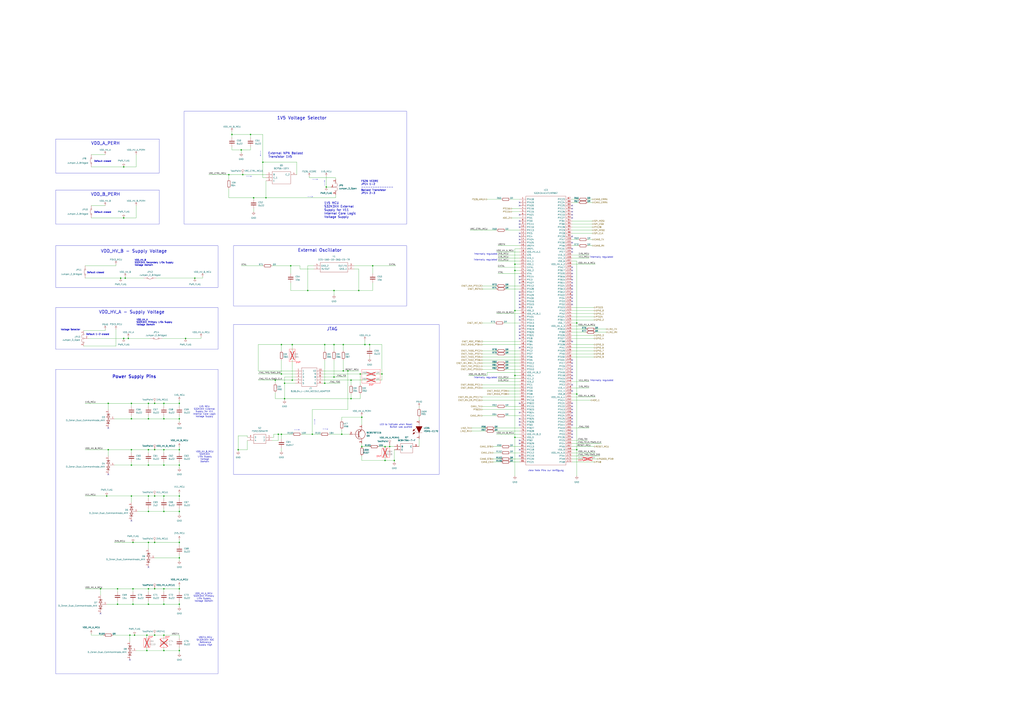
<source format=kicad_sch>
(kicad_sch (version 20231120) (generator "eeschema") (generator_version "8.0")
  (paper "A1")
  (title_block (title "Microcontroller") (date "2024-10-30"))
  (lib_symbols
    (symbol "Connector:TestPoint" (pin_numbers hide) (pin_names (offset 0.762) hide)
      (property "Reference" "TP" (at 0 6.858 0))
      (property "Value" "TestPoint" (at 0 5.08 0))
      (symbol "TestPoint_1_1"
        (pin passive line (at 0 0 90) (length 2.54) (name "1") (number "1"))
      )
    )
    (symbol "Device:C" (pin_numbers hide) (pin_names (offset 0.254))
      (property "Reference" "C" (at 0.635 2.54 0))
      (property "Value" "C" (at 0.635 -2.54 0))
      (symbol "C_1_1"
        (pin passive line (at 0 3.81 270) (length 2.794) (name "~") (number "1"))
        (pin passive line (at 0 -3.81 90) (length 2.794) (name "~") (number "2"))
      )
    )
    (symbol "Device:D_Zener_Dual_CommonAnode_AKK" (pin_names (offset 0.762) hide)
      (property "Reference" "D" (at 1.27 -2.54 0))
      (property "Value" "D_Zener_Dual_CommonAnode_AKK" (at 0 2.54 0))
      (symbol "D_Zener_Dual_CommonAnode_AKK_0_1"
        (pin passive line (at 0 -5.08 90) (length 2.54) (name "A") (number "1"))
        (pin passive line (at -7.62 0 0) (length 3.81) (name "K") (number "2"))
        (pin passive line (at 7.62 0 180) (length 3.81) (name "K") (number "3"))
      )
    )
    (symbol "Device:R" (pin_numbers hide) (pin_names (offset 0))
      (property "Reference" "R" (at 2.032 0 90))
      (property "Value" "R" (at 0 0 90))
      (symbol "R_1_1"
        (pin passive line (at 0 3.81 270) (length 1.27) (name "~") (number "1"))
        (pin passive line (at 0 -3.81 90) (length 1.27) (name "~") (number "2"))
      )
    )
    (symbol "Jumper:Jumper_2_Bridged" (pin_numbers hide) (pin_names (offset 0) hide) (exclude_from_sim yes)
      (property "Reference" "JP" (at 0 1.905 0))
      (property "Value" "Jumper_2_Bridged" (at 0 -2.54 0))
      (symbol "Jumper_2_Bridged_1_1"
        (pin passive line (at -5.08 0 0) (length 2.54) (name "A") (number "1"))
        (pin passive line (at 5.08 0 180) (length 2.54) (name "B") (number "2"))
      )
    )
    (symbol "Jumper:Jumper_3_Open" (pin_names (offset 0) hide) (exclude_from_sim yes) (in_bom no)
      (property "Reference" "JP" (at -2.54 -2.54 0))
      (property "Value" "Jumper_3_Open" (at 0 2.794 0))
      (symbol "Jumper_3_Open_1_1"
        (pin passive line (at -6.35 0 0) (length 2.54) (name "A") (number "1"))
        (pin passive line (at 0 -3.81 90) (length 2.54) (name "C") (number "2"))
        (pin passive line (at 6.35 0 180) (length 2.54) (name "B") (number "3"))
      )
    )
    (symbol "SamacSys_Parts:8.06.04_J-LINK_NEEDLE_ADAPTER" (pin_names (offset 0.762))
      (property "Reference" "J" (at 19.05 7.62 0))
      (property "Value" "8.06.04_J-LINK_NEEDLE_ADAPTER" (at 19.05 5.08 0))
      (symbol "8.06.04_J-LINK_NEEDLE_ADAPTER_0_0"
        (pin passive line (at 0 0 0) (length 5.08) (name "1") (number "1"))
        (pin passive line (at 22.86 0 180) (length 5.08) (name "10") (number "10"))
        (pin passive line (at 0 -2.54 0) (length 5.08) (name "2") (number "2"))
        (pin passive line (at 0 -5.08 0) (length 5.08) (name "3") (number "3"))
        (pin passive line (at 0 -7.62 0) (length 5.08) (name "4") (number "4"))
        (pin passive line (at 0 -10.16 0) (length 5.08) (name "5") (number "5"))
        (pin passive line (at 22.86 -10.16 180) (length 5.08) (name "6") (number "6"))
        (pin passive line (at 22.86 -7.62 180) (length 5.08) (name "7") (number "7"))
        (pin passive line (at 22.86 -5.08 180) (length 5.08) (name "8") (number "8"))
        (pin passive line (at 22.86 -2.54 180) (length 5.08) (name "9") (number "9"))
      )
    )
    (symbol "SamacSys_Parts:BC847BW-7-F" (pin_names (offset 0.762))
      (property "Reference" "Q" (at 16.51 7.62 0))
      (property "Value" "BC847BW-7-F" (at 16.51 5.08 0))
      (symbol "BC847BW-7-F_0_0"
        (pin passive line (at 0 0 0) (length 5.08) (name "B") (number "1"))
        (pin passive line (at 0 -2.54 0) (length 5.08) (name "E") (number "2"))
        (pin passive line (at 20.32 0 180) (length 5.08) (name "C") (number "3"))
      )
    )
    (symbol "SamacSys_Parts:BC857BT116" (pin_names (offset 0.762))
      (property "Reference" "Q" (at 13.97 1.27 0))
      (property "Value" "BC857BT116" (at 13.97 -1.27 0))
      (symbol "BC857BT116_0_0"
        (pin passive line (at 10.16 -7.62 90) (length 2.54) (name "~") (number "1"))
        (pin passive line (at 0 0 0) (length 2.54) (name "~") (number "2"))
        (pin passive line (at 10.16 7.62 270) (length 2.54) (name "~") (number "3"))
      )
    )
    (symbol "SamacSys_Parts:BCP56-10TX" (pin_names (offset 0.762))
      (property "Reference" "Q" (at 21.59 7.62 0))
      (property "Value" "BCP56-10TX" (at 21.59 5.08 0))
      (symbol "BCP56-10TX_0_0"
        (pin passive line (at 0 0 0) (length 5.08) (name "B") (number "1"))
        (pin passive line (at 0 -2.54 0) (length 5.08) (name "C_1") (number "2"))
        (pin passive line (at 0 -5.08 0) (length 5.08) (name "E") (number "3"))
        (pin passive line (at 25.4 0 180) (length 5.08) (name "C_2") (number "4"))
      )
    )
    (symbol "SamacSys_Parts:ECS-160-10-36Q-ES-TR" (pin_names (offset 0.762))
      (property "Reference" "Y" (at 29.21 7.62 0))
      (property "Value" "ECS-160-10-36Q-ES-TR" (at 29.21 5.08 0))
      (symbol "ECS-160-10-36Q-ES-TR_0_0"
        (pin passive line (at 0 -2.54 0) (length 5.08) (name "IN/OUT") (number "1"))
        (pin passive line (at 33.02 -2.54 180) (length 5.08) (name "GND_1") (number "2"))
        (pin passive line (at 33.02 0 180) (length 5.08) (name "OUT/IN") (number "3"))
        (pin passive line (at 0 0 0) (length 5.08) (name "GND_2") (number "4"))
      )
    )
    (symbol "SamacSys_Parts:FSM2JSMAATR" (pin_names (offset 0.762))
      (property "Reference" "S" (at 16.51 7.62 0))
      (property "Value" "FSM2JSMAATR" (at 16.51 5.08 0))
      (symbol "FSM2JSMAATR_0_0"
        (pin passive line (at 20.32 0 180) (length 5.08) (name "1") (number "1"))
        (pin passive line (at 20.32 -2.54 180) (length 5.08) (name "2") (number "2"))
        (pin passive line (at 0 0 0) (length 5.08) (name "3") (number "3"))
        (pin passive line (at 0 -2.54 0) (length 5.08) (name "4") (number "4"))
      )
    )
    (symbol "SamacSys_Parts:HSMG-C170" (pin_names (offset 0.762))
      (property "Reference" "LED" (at 12.7 8.89 0))
      (property "Value" "HSMG-C170" (at 12.7 6.35 0))
      (symbol "HSMG-C170_0_0"
        (pin passive line (at 0 0 0) (length 2.54) (name "~") (number "1"))
        (pin passive line (at 15.24 0 180) (length 2.54) (name "~") (number "2"))
      )
    )
    (symbol "SamacSys_Parts:S32K344EHT1MPBST" (pin_names (offset 0.762))
      (property "Reference" "IC" (at 39.37 7.62 0))
      (property "Value" "S32K344EHT1MPBST" (at 39.37 5.08 0))
      (symbol "S32K344EHT1MPBST_0_0"
        (pin passive line (at 0 0 0) (length 5.08) (name "PTA18") (number "1"))
        (pin passive line (at 0 -22.86 0) (length 5.08) (name "PTE10") (number "10"))
        (pin passive line (at 43.18 -33.02 180) (length 5.08) (name "PTA7") (number "100"))
        (pin passive line (at 43.18 -35.56 180) (length 5.08) (name "PTC30") (number "101"))
        (pin passive line (at 43.18 -38.1 180) (length 5.08) (name "PTA6") (number "102"))
        (pin passive line (at 43.18 -40.64 180) (length 5.08) (name "PTC31") (number "103"))
        (pin passive line (at 43.18 -43.18 180) (length 5.08) (name "PTE7") (number "104"))
        (pin passive line (at 43.18 -45.72 180) (length 5.08) (name "V15_3") (number "105"))
        (pin passive line (at 43.18 -48.26 180) (length 5.08) (name "V11_3") (number "106"))
        (pin passive line (at 43.18 -50.8 180) (length 5.08) (name "VSS_6") (number "107"))
        (pin passive line (at 43.18 -53.34 180) (length 5.08) (name "VDD_HV_A_2") (number "108"))
        (pin passive line (at 43.18 -55.88 180) (length 5.08) (name "PTA17") (number "109"))
        (pin passive line (at 0 -25.4 0) (length 5.08) (name "PTE13") (number "11"))
        (pin passive line (at 43.18 -58.42 180) (length 5.08) (name "PTB17") (number "110"))
        (pin passive line (at 43.18 -60.96 180) (length 5.08) (name "PTD20") (number "111"))
        (pin passive line (at 43.18 -63.5 180) (length 5.08) (name "PTB16") (number "112"))
        (pin passive line (at 43.18 -66.04 180) (length 5.08) (name "PTB15") (number "113"))
        (pin passive line (at 43.18 -68.58 180) (length 5.08) (name "PTB14") (number "114"))
        (pin passive line (at 43.18 -71.12 180) (length 5.08) (name "PTD21") (number "115"))
        (pin passive line (at 43.18 -73.66 180) (length 5.08) (name "PTB13") (number "116"))
        (pin passive line (at 43.18 -76.2 180) (length 5.08) (name "PTB12") (number "117"))
        (pin passive line (at 43.18 -78.74 180) (length 5.08) (name "PTD22") (number "118"))
        (pin passive line (at 43.18 -81.28 180) (length 5.08) (name "PTD4") (number "119"))
        (pin passive line (at 0 -27.94 0) (length 5.08) (name "PTE5") (number "12"))
        (pin passive line (at 43.18 -83.82 180) (length 5.08) (name "PTD3") (number "120"))
        (pin passive line (at 43.18 -86.36 180) (length 5.08) (name "PTD2") (number "121"))
        (pin passive line (at 43.18 -88.9 180) (length 5.08) (name "PTD23") (number "122"))
        (pin passive line (at 43.18 -91.44 180) (length 5.08) (name "PTA3") (number "123"))
        (pin passive line (at 43.18 -93.98 180) (length 5.08) (name "PTA2") (number "124"))
        (pin passive line (at 43.18 -96.52 180) (length 5.08) (name "PTD24") (number "125"))
        (pin passive line (at 43.18 -99.06 180) (length 5.08) (name "PTB11") (number "126"))
        (pin passive line (at 43.18 -101.6 180) (length 5.08) (name "VSS_7") (number "127"))
        (pin passive line (at 43.18 -104.14 180) (length 5.08) (name "VDD_HV_A_3") (number "128"))
        (pin passive line (at 43.18 -106.68 180) (length 5.08) (name "PTB10") (number "129"))
        (pin passive line (at 0 -30.48 0) (length 5.08) (name "PTE4") (number "13"))
        (pin passive line (at 43.18 -109.22 180) (length 5.08) (name "PTB9") (number "130"))
        (pin passive line (at 43.18 -111.76 180) (length 5.08) (name "PTD26") (number "131"))
        (pin passive line (at 43.18 -114.3 180) (length 5.08) (name "PTD27") (number "132"))
        (pin passive line (at 43.18 -116.84 180) (length 5.08) (name "PTB8") (number "133"))
        (pin passive line (at 43.18 -119.38 180) (length 5.08) (name "PTD28") (number "134"))
        (pin passive line (at 43.18 -121.92 180) (length 5.08) (name "PTA1") (number "135"))
        (pin passive line (at 43.18 -124.46 180) (length 5.08) (name "PTD29") (number "136"))
        (pin passive line (at 43.18 -127 180) (length 5.08) (name "PTA0") (number "137"))
        (pin passive line (at 43.18 -129.54 180) (length 5.08) (name "PTD30") (number "138"))
        (pin passive line (at 43.18 -132.08 180) (length 5.08) (name "PTD31") (number "139"))
        (pin passive line (at 0 -33.02 0) (length 5.08) (name "PTA24") (number "14"))
        (pin passive line (at 43.18 -134.62 180) (length 5.08) (name "PTC7") (number "140"))
        (pin passive line (at 43.18 -137.16 180) (length 5.08) (name "PTC6") (number "141"))
        (pin passive line (at 43.18 -139.7 180) (length 5.08) (name "PTE17") (number "142"))
        (pin passive line (at 43.18 -142.24 180) (length 5.08) (name "PTA16") (number "143"))
        (pin passive line (at 43.18 -144.78 180) (length 5.08) (name "PTE18") (number "144"))
        (pin passive line (at 43.18 -147.32 180) (length 5.08) (name "PTA15") (number "145"))
        (pin passive line (at 43.18 -149.86 180) (length 5.08) (name "PTE6") (number "146"))
        (pin passive line (at 43.18 -152.4 180) (length 5.08) (name "PTE2") (number "147"))
        (pin passive line (at 43.18 -154.94 180) (length 5.08) (name "V15_4") (number "148"))
        (pin passive line (at 43.18 -157.48 180) (length 5.08) (name "V11_4") (number "149"))
        (pin passive line (at 0 -35.56 0) (length 5.08) (name "PTA25") (number "15"))
        (pin passive line (at 43.18 -160.02 180) (length 5.08) (name "VSS_8") (number "150"))
        (pin passive line (at 43.18 -162.56 180) (length 5.08) (name "VDD_HV_A_4") (number "151"))
        (pin passive line (at 43.18 -165.1 180) (length 5.08) (name "PTA14") (number "152"))
        (pin passive line (at 43.18 -167.64 180) (length 5.08) (name "PTE21") (number "153"))
        (pin passive line (at 43.18 -170.18 180) (length 5.08) (name "PTE22") (number "154"))
        (pin passive line (at 43.18 -172.72 180) (length 5.08) (name "PTA13") (number "155"))
        (pin passive line (at 43.18 -175.26 180) (length 5.08) (name "PTE23") (number "156"))
        (pin passive line (at 43.18 -177.8 180) (length 5.08) (name "PTE24") (number "157"))
        (pin passive line (at 43.18 -180.34 180) (length 5.08) (name "PTE25") (number "158"))
        (pin passive line (at 43.18 -182.88 180) (length 5.08) (name "PTA12") (number "159"))
        (pin passive line (at 0 -38.1 0) (length 5.08) (name "VREFH") (number "16"))
        (pin passive line (at 43.18 -185.42 180) (length 5.08) (name "PTA11") (number "160"))
        (pin passive line (at 43.18 -187.96 180) (length 5.08) (name "PTA10") (number "161"))
        (pin passive line (at 43.18 -190.5 180) (length 5.08) (name "PTE1") (number "162"))
        (pin passive line (at 43.18 -193.04 180) (length 5.08) (name "PTE0") (number "163"))
        (pin passive line (at 43.18 -195.58 180) (length 5.08) (name "PTE26") (number "164"))
        (pin passive line (at 43.18 -198.12 180) (length 5.08) (name "PTC5") (number "165"))
        (pin passive line (at 43.18 -200.66 180) (length 5.08) (name "PTC4") (number "166"))
        (pin passive line (at 43.18 -203.2 180) (length 5.08) (name "PTA5") (number "167"))
        (pin passive line (at 43.18 -205.74 180) (length 5.08) (name "VSS_9") (number "168"))
        (pin passive line (at 43.18 -208.28 180) (length 5.08) (name "VDD_HV_A_5") (number "169"))
        (pin passive line (at 0 -40.64 0) (length 5.08) (name "VREFL") (number "17"))
        (pin passive line (at 43.18 -210.82 180) (length 5.08) (name "PTA4") (number "170"))
        (pin passive line (at 43.18 -213.36 180) (length 5.08) (name "PTA9") (number "171"))
        (pin passive line (at 43.18 -215.9 180) (length 5.08) (name "PTA8") (number "172"))
        (pin passive line (at 0 -43.18 0) (length 5.08) (name "VDD_HV_A_1") (number "18"))
        (pin passive line (at 0 -45.72 0) (length 5.08) (name "V25") (number "19"))
        (pin passive line (at 0 -2.54 0) (length 5.08) (name "PTA19") (number "2"))
        (pin passive line (at 0 -48.26 0) (length 5.08) (name "V15_1") (number "20"))
        (pin passive line (at 0 -50.8 0) (length 5.08) (name "V11_1") (number "21"))
        (pin passive line (at 0 -53.34 0) (length 5.08) (name "VSS_1") (number "22"))
        (pin passive line (at 0 -55.88 0) (length 5.08) (name "EXTAL") (number "23"))
        (pin passive line (at 0 -58.42 0) (length 5.08) (name "VSS_2") (number "24"))
        (pin passive line (at 0 -60.96 0) (length 5.08) (name "XTAL") (number "25"))
        (pin passive line (at 0 -63.5 0) (length 5.08) (name "PTE14") (number "26"))
        (pin passive line (at 0 -66.04 0) (length 5.08) (name "PTE3") (number "27"))
        (pin passive line (at 0 -68.58 0) (length 5.08) (name "PTA27") (number "28"))
        (pin passive line (at 0 -71.12 0) (length 5.08) (name "PTE12") (number "29"))
        (pin passive line (at 0 -5.08 0) (length 5.08) (name "PTA20") (number "3"))
        (pin passive line (at 0 -73.66 0) (length 5.08) (name "PTA28") (number "30"))
        (pin passive line (at 0 -76.2 0) (length 5.08) (name "PTD17") (number "31"))
        (pin passive line (at 0 -78.74 0) (length 5.08) (name "PTA29") (number "32"))
        (pin passive line (at 0 -81.28 0) (length 5.08) (name "PTA30") (number "33"))
        (pin passive line (at 0 -83.82 0) (length 5.08) (name "PTD16") (number "34"))
        (pin passive line (at 0 -86.36 0) (length 5.08) (name "PTD15") (number "35"))
        (pin passive line (at 0 -88.9 0) (length 5.08) (name "PTE9") (number "36"))
        (pin passive line (at 0 -91.44 0) (length 5.08) (name "VSS_3") (number "37"))
        (pin passive line (at 0 -93.98 0) (length 5.08) (name "VDD_HV_B_1") (number "38"))
        (pin passive line (at 0 -96.52 0) (length 5.08) (name "PTA31") (number "39"))
        (pin passive line (at 0 -7.62 0) (length 5.08) (name "PTE16") (number "4"))
        (pin passive line (at 0 -99.06 0) (length 5.08) (name "PTD14") (number "40"))
        (pin passive line (at 0 -101.6 0) (length 5.08) (name "PTD13") (number "41"))
        (pin passive line (at 0 -104.14 0) (length 5.08) (name "PTB18") (number "42"))
        (pin passive line (at 0 -106.68 0) (length 5.08) (name "PTB19") (number "43"))
        (pin passive line (at 0 -109.22 0) (length 5.08) (name "PTB20") (number "44"))
        (pin passive line (at 0 -111.76 0) (length 5.08) (name "PTB21") (number "45"))
        (pin passive line (at 0 -114.3 0) (length 5.08) (name "PTE8") (number "46"))
        (pin passive line (at 0 -116.84 0) (length 5.08) (name "PTB5") (number "47"))
        (pin passive line (at 0 -119.38 0) (length 5.08) (name "PTB4") (number "48"))
        (pin passive line (at 0 -121.92 0) (length 5.08) (name "PTC3") (number "49"))
        (pin passive line (at 0 -10.16 0) (length 5.08) (name "PTE15") (number "5"))
        (pin passive line (at 0 -124.46 0) (length 5.08) (name "PTC2") (number "50"))
        (pin passive line (at 0 -127 0) (length 5.08) (name "PTD7") (number "51"))
        (pin passive line (at 0 -129.54 0) (length 5.08) (name "PTD6") (number "52"))
        (pin passive line (at 0 -132.08 0) (length 5.08) (name "PTD5") (number "53"))
        (pin passive line (at 0 -134.62 0) (length 5.08) (name "PTD12") (number "54"))
        (pin passive line (at 0 -137.16 0) (length 5.08) (name "PTD11") (number "55"))
        (pin passive line (at 0 -139.7 0) (length 5.08) (name "PTD10") (number "56"))
        (pin passive line (at 0 -142.24 0) (length 5.08) (name "VDD_HV_B_2") (number "57"))
        (pin passive line (at 0 -144.78 0) (length 5.08) (name "VSS_4") (number "58"))
        (pin passive line (at 0 -147.32 0) (length 5.08) (name "V11_2") (number "59"))
        (pin passive line (at 0 -12.7 0) (length 5.08) (name "PTA21") (number "6"))
        (pin passive line (at 0 -149.86 0) (length 5.08) (name "V15_2") (number "60"))
        (pin passive line (at 0 -152.4 0) (length 5.08) (name "PTC1") (number "61"))
        (pin passive line (at 0 -154.94 0) (length 5.08) (name "PTC0") (number "62"))
        (pin passive line (at 0 -157.48 0) (length 5.08) (name "PTD9") (number "63"))
        (pin passive line (at 0 -160.02 0) (length 5.08) (name "PTD8") (number "64"))
        (pin passive line (at 0 -162.56 0) (length 5.08) (name "PTC17") (number "65"))
        (pin passive line (at 0 -165.1 0) (length 5.08) (name "PTC16") (number "66"))
        (pin passive line (at 0 -167.64 0) (length 5.08) (name "PTB22") (number "67"))
        (pin passive line (at 0 -170.18 0) (length 5.08) (name "PTC15") (number "68"))
        (pin passive line (at 0 -172.72 0) (length 5.08) (name "PTB23") (number "69"))
        (pin passive line (at 0 -15.24 0) (length 5.08) (name "PTD1") (number "7"))
        (pin passive line (at 0 -175.26 0) (length 5.08) (name "PTB24") (number "70"))
        (pin passive line (at 0 -177.8 0) (length 5.08) (name "PTC14") (number "71"))
        (pin passive line (at 0 -180.34 0) (length 5.08) (name "PTB25") (number "72"))
        (pin passive line (at 0 -182.88 0) (length 5.08) (name "PTB26") (number "73"))
        (pin passive line (at 0 -185.42 0) (length 5.08) (name "PTB3") (number "74"))
        (pin passive line (at 0 -187.96 0) (length 5.08) (name "PTB27") (number "75"))
        (pin passive line (at 0 -190.5 0) (length 5.08) (name "PTB28") (number "76"))
        (pin passive line (at 0 -193.04 0) (length 5.08) (name "VDD_HV_B_3") (number "77"))
        (pin passive line (at 0 -195.58 0) (length 5.08) (name "VSS_5") (number "78"))
        (pin passive line (at 0 -198.12 0) (length 5.08) (name "PTB2") (number "79"))
        (pin passive line (at 0 -17.78 0) (length 5.08) (name "PTD0") (number "8"))
        (pin passive line (at 0 -200.66 0) (length 5.08) (name "PTB29") (number "80"))
        (pin passive line (at 0 -203.2 0) (length 5.08) (name "PTC13") (number "81"))
        (pin passive line (at 0 -205.74 0) (length 5.08) (name "PTC18") (number "82"))
        (pin passive line (at 0 -208.28 0) (length 5.08) (name "PTC12") (number "83"))
        (pin passive line (at 0 -210.82 0) (length 5.08) (name "PTC19") (number "84"))
        (pin passive line (at 0 -213.36 0) (length 5.08) (name "PTC20") (number "85"))
        (pin passive line (at 0 -215.9 0) (length 5.08) (name "PTC21") (number "86"))
        (pin passive line (at 43.18 0 180) (length 5.08) (name "PTC23") (number "87"))
        (pin passive line (at 43.18 -2.54 180) (length 5.08) (name "PTC24") (number "88"))
        (pin passive line (at 43.18 -5.08 180) (length 5.08) (name "PTC25") (number "89"))
        (pin passive line (at 0 -20.32 0) (length 5.08) (name "PTE11") (number "9"))
        (pin passive line (at 43.18 -7.62 180) (length 5.08) (name "PTC11") (number "90"))
        (pin passive line (at 43.18 -10.16 180) (length 5.08) (name "PTC26") (number "91"))
        (pin passive line (at 43.18 -12.7 180) (length 5.08) (name "PTC10") (number "92"))
        (pin passive line (at 43.18 -15.24 180) (length 5.08) (name "PTC27") (number "93"))
        (pin passive line (at 43.18 -17.78 180) (length 5.08) (name "PTB1") (number "94"))
        (pin passive line (at 43.18 -20.32 180) (length 5.08) (name "PTB0") (number "95"))
        (pin passive line (at 43.18 -22.86 180) (length 5.08) (name "PTC28") (number "96"))
        (pin passive line (at 43.18 -25.4 180) (length 5.08) (name "PTC9") (number "97"))
        (pin passive line (at 43.18 -27.94 180) (length 5.08) (name "PTC8") (number "98"))
        (pin passive line (at 43.18 -30.48 180) (length 5.08) (name "PTC29") (number "99"))
      )
    )
    (symbol "power:+BATT" (power) (pin_numbers hide) (pin_names (offset 0) hide)
      (property "Value" "+BATT" (at 0 3.556 0))
      (symbol "+BATT_1_1"
        (pin power_in line (at 0 0 90) (length 0) (name "~") (number "1"))
      )
    )
    (symbol "power:GND" (power) (pin_numbers hide) (pin_names (offset 0) hide)
      (property "Value" "GND" (at 0 -3.81 0))
      (symbol "GND_1_1"
        (pin power_in line (at 0 0 270) (length 0) (name "~") (number "1"))
      )
    )
    (symbol "power:PWR_FLAG" (power) (pin_numbers hide) (pin_names (offset 0) hide)
      (property "Value" "PWR_FLAG" (at 0 3.81 0))
      (symbol "PWR_FLAG_0_0"
        (pin power_out line (at 0 0 90) (length 0) (name "~") (number "1"))
      )
    )
  )
  (junction (at 106.68 521.97))
  (junction (at 285.75 304.8))
  (junction (at 121.92 483.87))
  (junction (at 288.29 327.66))
  (junction (at 231.14 283.21))
  (junction (at 127 369.57))
  (junction (at 228.6 356.87))
  (junction (at 96.52 496.57))
  (junction (at 160.02 228.6))
  (junction (at 110.49 521.97))
  (junction (at 107.95 382.27))
  (junction (at 134.62 496.57))
  (junction (at 121.92 344.17))
  (junction (at 109.22 483.87))
  (junction (at 294.64 238.76))
  (junction (at 297.18 367.03))
  (junction (at 281.94 283.21))
  (junction (at 121.92 420.37))
  (junction (at 274.32 309.88))
  (junction (at 240.03 312.42))
  (junction (at 99.06 228.6))
  (junction (at 102.87 228.6))
  (junction (at 473.71 265.43))
  (junction (at 109.22 445.77))
  (junction (at 121.92 369.57))
  (junction (at 127 483.87))
  (junction (at 101.6 137.16))
  (junction (at 120.65 521.97))
  (junction (at 266.7 314.96))
  (junction (at 215.9 133.35))
  (junction (at 121.92 382.27))
  (junction (at 218.44 162.56))
  (junction (at 473.71 369.57))
  (junction (at 152.4 278.13))
  (junction (at 147.32 483.87))
  (junction (at 107.95 331.47))
  (junction (at 422.91 255.27))
  (junction (at 109.22 496.57))
  (junction (at 422.91 308.61))
  (junction (at 127 331.47))
  (junction (at 473.71 323.85))
  (junction (at 299.72 283.21))
  (junction (at 231.14 356.87))
  (junction (at 267.97 153.67))
  (junction (at 147.32 458.47))
  (junction (at 107.95 407.67))
  (junction (at 323.85 378.46))
  (junction (at 233.68 314.96))
  (junction (at 187.96 143.51))
  (junction (at 134.62 369.57))
  (junction (at 316.23 367.03))
  (junction (at 147.32 407.67))
  (junction (at 134.62 483.87))
  (junction (at 134.62 331.47))
  (junction (at 88.9 369.57))
  (junction (at 82.55 483.87))
  (junction (at 127 445.77))
  (junction (at 281.94 304.8))
  (junction (at 88.9 331.47))
  (junction (at 288.29 312.42))
  (junction (at 233.68 327.66))
  (junction (at 147.32 382.27))
  (junction (at 134.62 534.67))
  (junction (at 147.32 331.47))
  (junction (at 101.6 278.13))
  (junction (at 147.32 344.17))
  (junction (at 422.91 359.41))
  (junction (at 303.53 283.21))
  (junction (at 134.62 382.27))
  (junction (at 274.32 238.76))
  (junction (at 107.95 344.17))
  (junction (at 295.91 307.34))
  (junction (at 240.03 283.21))
  (junction (at 121.92 407.67))
  (junction (at 226.06 312.42))
  (junction (at 120.65 534.67))
  (junction (at 320.04 367.03))
  (junction (at 195.58 369.57))
  (junction (at 134.62 344.17))
  (junction (at 121.92 445.77))
  (junction (at 422.91 222.25))
  (junction (at 134.62 420.37))
  (junction (at 208.28 162.56))
  (junction (at 316.23 378.46))
  (junction (at 199.39 143.51))
  (junction (at 87.63 407.67))
  (junction (at 127 407.67))
  (junction (at 280.67 356.87))
  (junction (at 422.91 217.17))
  (junction (at 313.69 307.34))
  (junction (at 105.41 278.13))
  (junction (at 147.32 496.57))
  (junction (at 306.07 218.44))
  (junction (at 297.18 342.9))
  (junction (at 256.54 356.87))
  (junction (at 238.76 218.44))
  (junction (at 127 521.97))
  (junction (at 134.62 521.97))
  (junction (at 190.5 110.49))
  (junction (at 198.12 123.19))
  (junction (at 134.62 407.67))
  (junction (at 274.32 283.21))
  (junction (at 205.74 110.49))
  (junction (at 252.73 238.76))
  (junction (at 266.7 283.21))
  (junction (at 121.92 496.57))
  (junction (at 121.92 331.47))
  (junction (at 147.32 420.37))
  (junction (at 96.52 483.87))
  (junction (at 147.32 369.57))
  (junction (at 101.6 179.07))
  (junction (at 231.14 307.34))
  (junction (at 107.95 369.57))
  (junction (at 147.32 534.67))
  (junction (at 147.32 445.77))
  (no_connect (at 469.9 344.17))
  (no_connect (at 426.72 199.39))
  (no_connect (at 469.9 306.07))
  (no_connect (at 469.9 219.71))
  (no_connect (at 426.72 331.47))
  (no_connect (at 426.72 194.31))
  (no_connect (at 426.72 361.95))
  (no_connect (at 469.9 354.33))
  (no_connect (at 426.72 278.13))
  (no_connect (at 469.9 339.09))
  (no_connect (at 426.72 267.97))
  (no_connect (at 469.9 295.91))
  (no_connect (at 82.55 504.19))
  (no_connect (at 426.72 252.73))
  (no_connect (at 469.9 240.03))
  (no_connect (at 469.9 237.49))
  (no_connect (at 469.9 349.25))
  (no_connect (at 469.9 331.47))
  (no_connect (at 469.9 359.41))
  (no_connect (at 469.9 245.11))
  (no_connect (at 426.72 270.51))
  (no_connect (at 469.9 204.47))
  (no_connect (at 469.9 171.45))
  (no_connect (at 426.72 166.37))
  (no_connect (at 426.72 344.17))
  (no_connect (at 469.9 242.57))
  (no_connect (at 426.72 196.85))
  (no_connect (at 469.9 222.25))
  (no_connect (at 469.9 308.61))
  (no_connect (at 121.92 466.09))
  (no_connect (at 469.9 316.23))
  (no_connect (at 88.9 389.89))
  (no_connect (at 469.9 194.31))
  (no_connect (at 426.72 285.75))
  (no_connect (at 469.9 298.45))
  (no_connect (at 469.9 303.53))
  (no_connect (at 469.9 247.65))
  (no_connect (at 426.72 186.69))
  (no_connect (at 469.9 207.01))
  (no_connect (at 469.9 168.91))
  (no_connect (at 469.9 300.99))
  (no_connect (at 426.72 374.65))
  (no_connect (at 426.72 191.77))
  (no_connect (at 469.9 176.53))
  (no_connect (at 426.72 240.03))
  (no_connect (at 426.72 273.05))
  (no_connect (at 426.72 168.91))
  (no_connect (at 469.9 250.19))
  (no_connect (at 469.9 234.95))
  (no_connect (at 426.72 262.89))
  (no_connect (at 426.72 349.25))
  (no_connect (at 469.9 280.67))
  (no_connect (at 107.95 427.99))
  (no_connect (at 469.9 229.87))
  (no_connect (at 469.9 173.99))
  (no_connect (at 426.72 275.59))
  (no_connect (at 469.9 179.07))
  (no_connect (at 106.68 542.29))
  (no_connect (at 469.9 334.01))
  (no_connect (at 426.72 229.87))
  (no_connect (at 426.72 250.19))
  (no_connect (at 426.72 247.65))
  (no_connect (at 469.9 336.55))
  (no_connect (at 469.9 356.87))
  (no_connect (at 426.72 346.71))
  (no_connect (at 469.9 311.15))
  (no_connect (at 426.72 232.41))
  (no_connect (at 426.72 369.57))
  (no_connect (at 426.72 339.09))
  (no_connect (at 469.9 224.79))
  (no_connect (at 426.72 364.49))
  (no_connect (at 469.9 232.41))
  (no_connect (at 469.9 199.39))
  (no_connect (at 88.9 351.79))
  (no_connect (at 426.72 181.61))
  (no_connect (at 426.72 227.33))
  (no_connect (at 426.72 242.57))
  (no_connect (at 426.72 184.15))
  (no_connect (at 426.72 260.35))
  (no_connect (at 469.9 227.33))
  (no_connect (at 469.9 341.63))
  (no_connect (at 469.9 346.71))
  (no_connect (at 426.72 245.11))
  (no_connect (at 426.72 176.53))
  (no_connect (at 469.9 321.31))
  (wire (pts (xy 396.24 298.45) (xy 407.67 298.45)))
  (wire (pts (xy 469.9 181.61) (xy 486.41 181.61)))
  (wire (pts (xy 297.18 378.46) (xy 316.23 378.46)))
  (wire (pts (xy 128.27 228.6) (xy 160.02 228.6)))
  (wire (pts (xy 469.9 166.37) (xy 474.98 166.37)))
  (wire (pts (xy 396.24 336.55) (xy 426.72 336.55)))
  (wire (pts (xy 323.85 378.46) (xy 323.85 379.73)))
  (wire (pts (xy 387.35 351.79) (xy 398.78 351.79)))
  (wire (pts (xy 469.9 255.27) (xy 487.68 255.27)))
  (wire (pts (xy 187.96 143.51) (xy 187.96 147.32)))
  (wire (pts (xy 407.67 356.87) (xy 426.72 356.87)))
  (wire (pts (xy 422.91 217.17) (xy 422.91 222.25)))
  (wire (pts (xy 82.55 483.87) (xy 82.55 488.95)))
  (wire (pts (xy 121.92 445.77) (xy 127 445.77)))
  (wire (pts (xy 469.9 285.75) (xy 487.68 285.75)))
  (wire (pts (xy 212.09 307.34) (xy 231.14 307.34)))
  (wire (pts (xy 306.07 218.44) (xy 325.12 218.44)))
  (wire (pts (xy 344.17 342.9) (xy 344.17 345.44)))
  (wire (pts (xy 240.03 283.21) (xy 266.7 283.21)))
  (wire (pts (xy 469.9 275.59) (xy 487.68 275.59)))
  (wire (pts (xy 274.32 309.88) (xy 284.48 309.88)))
  (wire (pts (xy 469.9 374.65) (xy 492.76 374.65)))
  (wire (pts (xy 400.05 306.07) (xy 426.72 306.07)))
  (wire (pts (xy 469.9 212.09) (xy 483.87 212.09)))
  (wire (pts (xy 246.38 220.98) (xy 257.81 220.98)))
  (wire (pts (xy 274.32 238.76) (xy 294.64 238.76)))
  (wire (pts (xy 483.87 351.79) (xy 469.9 351.79)))
  (wire (pts (xy 121.92 420.37) (xy 134.62 420.37)))
  (wire (pts (xy 96.52 494.03) (xy 96.52 496.57)))
  (wire (pts (xy 422.91 359.41) (xy 426.72 359.41)))
  (wire (pts (xy 469.9 313.69) (xy 483.87 313.69)))
  (wire (pts (xy 72.39 278.13) (xy 101.6 278.13)))
  (wire (pts (xy 240.03 295.91) (xy 240.03 312.42)))
  (wire (pts (xy 238.76 218.44) (xy 238.76 224.79)))
  (wire (pts (xy 147.32 486.41) (xy 147.32 483.87)))
  (wire (pts (xy 147.32 331.47) (xy 134.62 331.47)))
  (wire (pts (xy 111.76 534.67) (xy 120.65 534.67)))
  (wire (pts (xy 215.9 146.05) (xy 215.9 133.35)))
  (wire (pts (xy 408.94 209.55) (xy 426.72 209.55)))
  (wire (pts (xy 297.18 367.03) (xy 297.18 364.49)))
  (wire (pts (xy 147.32 496.57) (xy 147.32 499.11)))
  (wire (pts (xy 274.32 238.76) (xy 274.32 242.57)))
  (wire (pts (xy 308.61 307.34) (xy 313.69 307.34)))
  (wire (pts (xy 422.91 255.27) (xy 422.91 308.61)))
  (wire (pts (xy 469.9 283.21) (xy 487.68 283.21)))
  (wire (pts (xy 426.72 237.49) (xy 415.29 237.49)))
  (wire (pts (xy 473.71 369.57) (xy 473.71 391.16)))
  (wire (pts (xy 212.09 312.42) (xy 226.06 312.42)))
  (wire (pts (xy 420.37 173.99) (xy 426.72 173.99)))
  (wire (pts (xy 147.32 334.01) (xy 147.32 331.47)))
  (wire (pts (xy 134.62 496.57) (xy 147.32 496.57)))
  (wire (pts (xy 422.91 204.47) (xy 426.72 204.47)))
  (wire (pts (xy 134.62 369.57) (xy 127 369.57)))
  (wire (pts (xy 120.65 521.97) (xy 127 521.97)))
  (wire (pts (xy 134.62 532.13) (xy 134.62 534.67)))
  (wire (pts (xy 199.39 143.51) (xy 218.44 143.51)))
  (wire (pts (xy 134.62 331.47) (xy 134.62 334.01)))
  (wire (pts (xy 469.9 288.29) (xy 487.68 288.29)))
  (wire (pts (xy 396.24 295.91) (xy 426.72 295.91)))
  (wire (pts (xy 121.92 379.73) (xy 121.92 382.27)))
  (wire (pts (xy 469.9 189.23) (xy 486.41 189.23)))
  (wire (pts (xy 415.29 341.63) (xy 426.72 341.63)))
  (wire (pts (xy 93.98 382.27) (xy 107.95 382.27)))
  (wire (pts (xy 297.18 341.63) (xy 297.18 342.9)))
  (wire (pts (xy 303.53 283.21) (xy 299.72 283.21)))
  (wire (pts (xy 223.52 361.95) (xy 228.6 361.95)))
  (wire (pts (xy 198.12 123.19) (xy 198.12 125.73)))
  (wire (pts (xy 414.02 265.43) (xy 426.72 265.43)))
  (wire (pts (xy 231.14 360.68) (xy 231.14 356.87)))
  (wire (pts (xy 295.91 307.34) (xy 295.91 316.23)))
  (wire (pts (xy 469.9 214.63) (xy 473.71 214.63)))
  (wire (pts (xy 396.24 300.99) (xy 407.67 300.99)))
  (wire (pts (xy 306.07 218.44) (xy 306.07 224.79)))
  (wire (pts (xy 344.17 360.68) (xy 344.17 367.03)))
  (wire (pts (xy 134.62 341.63) (xy 134.62 344.17)))
  (wire (pts (xy 405.13 372.11) (xy 411.48 372.11)))
  (wire (pts (xy 469.9 318.77) (xy 483.87 318.77)))
  (wire (pts (xy 231.14 307.34) (xy 242.57 307.34)))
  (wire (pts (xy 198.12 123.19) (xy 205.74 123.19)))
  (wire (pts (xy 147.32 382.27) (xy 147.32 379.73)))
  (wire (pts (xy 111.76 137.16) (xy 101.6 137.16)))
  (wire (pts (xy 152.4 278.13) (xy 165.1 278.13)))
  (wire (pts (xy 297.18 349.25) (xy 297.18 342.9)))
  (wire (pts (xy 482.6 196.85) (xy 486.41 196.85)))
  (wire (pts (xy 407.67 207.01) (xy 426.72 207.01)))
  (wire (pts (xy 231.14 283.21) (xy 231.14 288.29)))
  (wire (pts (xy 396.24 237.49) (xy 407.67 237.49)))
  (wire (pts (xy 69.85 407.67) (xy 87.63 407.67)))
  (wire (pts (xy 127 331.47) (xy 121.92 331.47)))
  (wire (pts (xy 134.62 483.87) (xy 134.62 486.41)))
  (wire (pts (xy 275.59 160.02) (xy 275.59 162.56)))
  (wire (pts (xy 134.62 382.27) (xy 147.32 382.27)))
  (wire (pts (xy 415.29 189.23) (xy 426.72 189.23)))
  (wire (pts (xy 482.6 201.93) (xy 486.41 201.93)))
  (wire (pts (xy 106.68 521.97) (xy 110.49 521.97)))
  (wire (pts (xy 308.61 312.42) (xy 313.69 312.42)))
  (wire (pts (xy 344.17 334.01) (xy 344.17 335.28)))
  (wire (pts (xy 316.23 367.03) (xy 320.04 367.03)))
  (wire (pts (xy 121.92 483.87) (xy 121.92 486.41)))
  (wire (pts (xy 147.32 448.31) (xy 147.32 445.77)))
  (wire (pts (xy 265.43 312.42) (xy 288.29 312.42)))
  (wire (pts (xy 265.43 307.34) (xy 295.91 307.34)))
  (wire (pts (xy 473.71 265.43) (xy 473.71 323.85)))
  (wire (pts (xy 469.9 290.83) (xy 487.68 290.83)))
  (wire (pts (xy 281.94 304.8) (xy 285.75 304.8)))
  (wire (pts (xy 482.6 166.37) (xy 486.41 166.37)))
  (wire (pts (xy 233.68 327.66) (xy 233.68 328.93)))
  (wire (pts (xy 233.68 327.66) (xy 288.29 327.66)))
  (wire (pts (xy 215.9 110.49) (xy 205.74 110.49)))
  (wire (pts (xy 147.32 458.47) (xy 147.32 455.93)))
  (wire (pts (xy 147.32 420.37) (xy 147.32 417.83)))
  (wire (pts (xy 469.9 379.73) (xy 487.68 379.73)))
  (wire (pts (xy 469.9 267.97) (xy 488.95 267.97)))
  (wire (pts (xy 107.95 344.17) (xy 121.92 344.17)))
  (wire (pts (xy 419.1 163.83) (xy 426.72 163.83)))
  (wire (pts (xy 266.7 295.91) (xy 266.7 314.96)))
  (wire (pts (xy 400.05 163.83) (xy 411.48 163.83)))
  (wire (pts (xy 107.95 407.67) (xy 107.95 412.75)))
  (wire (pts (xy 290.83 218.44) (xy 306.07 218.44)))
  (wire (pts (xy 469.9 328.93) (xy 485.14 328.93)))
  (wire (pts (xy 69.85 228.6) (xy 99.06 228.6)))
  (wire (pts (xy 469.9 369.57) (xy 473.71 369.57)))
  (wire (pts (xy 408.94 219.71) (xy 426.72 219.71)))
  (wire (pts (xy 275.59 146.05) (xy 275.59 147.32)))
  (wire (pts (xy 212.09 304.8) (xy 212.09 283.21)))
  (wire (pts (xy 417.83 323.85) (xy 426.72 323.85)))
  (wire (pts (xy 74.93 168.91) (xy 86.36 168.91)))
  (wire (pts (xy 265.43 314.96) (xy 266.7 314.96)))
  (wire (pts (xy 295.91 307.34) (xy 300.99 307.34)))
  (wire (pts (xy 68.58 284.48) (xy 95.25 284.48)))
  (wire (pts (xy 243.84 143.51) (xy 243.84 133.35)))
  (wire (pts (xy 127 445.77) (xy 147.32 445.77)))
  (wire (pts (xy 69.85 483.87) (xy 82.55 483.87)))
  (wire (pts (xy 226.06 312.42) (xy 226.06 314.96)))
  (wire (pts (xy 107.95 331.47) (xy 107.95 334.01)))
  (wire (pts (xy 422.91 255.27) (xy 426.72 255.27)))
  (wire (pts (xy 127 407.67) (xy 121.92 407.67)))
  (wire (pts (xy 280.67 342.9) (xy 280.67 345.44)))
  (wire (pts (xy 208.28 171.45) (xy 208.28 173.99)))
  (wire (pts (xy 295.91 327.66) (xy 288.29 327.66)))
  (wire (pts (xy 417.83 321.31) (xy 426.72 321.31)))
  (wire (pts (xy 218.44 148.59) (xy 218.44 162.56)))
  (wire (pts (xy 134.62 521.97) (xy 127 521.97)))
  (wire (pts (xy 224.79 356.87) (xy 228.6 356.87)))
  (wire (pts (xy 297.18 374.65) (xy 297.18 378.46)))
  (wire (pts (xy 205.74 123.19) (xy 205.74 120.65)))
  (wire (pts (xy 96.52 483.87) (xy 96.52 486.41)))
  (wire (pts (xy 408.94 214.63) (xy 426.72 214.63)))
  (wire (pts (xy 256.54 336.55) (xy 256.54 356.87)))
  (wire (pts (xy 267.97 153.67) (xy 267.97 144.78)))
  (wire (pts (xy 422.91 217.17) (xy 426.72 217.17)))
  (wire (pts (xy 147.32 344.17) (xy 147.32 341.63)))
  (wire (pts (xy 147.32 420.37) (xy 147.32 422.91)))
  (wire (pts (xy 396.24 265.43) (xy 406.4 265.43)))
  (wire (pts (xy 203.2 358.14) (xy 203.2 359.41)))
  (wire (pts (xy 396.24 234.95) (xy 407.67 234.95)))
  (wire (pts (xy 208.28 162.56) (xy 218.44 162.56)))
  (wire (pts (xy 88.9 369.57) (xy 88.9 374.65)))
  (wire (pts (xy 297.18 367.03) (xy 303.53 367.03)))
  (wire (pts (xy 297.18 342.9) (xy 280.67 342.9)))
  (wire (pts (xy 231.14 283.21) (xy 240.03 283.21)))
  (wire (pts (xy 74.93 520.7) (xy 74.93 521.97)))
  (wire (pts (xy 274.32 283.21) (xy 274.32 288.29)))
  (wire (pts (xy 396.24 328.93) (xy 426.72 328.93)))
  (wire (pts (xy 147.32 344.17) (xy 147.32 346.71)))
  (wire (pts (xy 422.91 222.25) (xy 422.91 255.27)))
  (wire (pts (xy 316.23 375.92) (xy 316.23 378.46)))
  (wire (pts (xy 120.65 534.67) (xy 134.62 534.67)))
  (wire (pts (xy 406.4 351.79) (xy 426.72 351.79)))
  (wire (pts (xy 96.52 496.57) (xy 109.22 496.57)))
  (wire (pts (xy 88.9 331.47) (xy 107.95 331.47)))
  (wire (pts (xy 290.83 220.98) (xy 294.64 220.98)))
  (wire (pts (xy 107.95 341.63) (xy 107.95 344.17)))
  (wire (pts (xy 422.91 359.41) (xy 422.91 391.16)))
  (wire (pts (xy 469.9 265.43) (xy 473.71 265.43)))
  (wire (pts (xy 190.5 107.95) (xy 190.5 110.49)))
  (wire (pts (xy 294.64 220.98) (xy 294.64 238.76)))
  (wire (pts (xy 212.09 283.21) (xy 231.14 283.21)))
  (wire (pts (xy 171.45 143.51) (xy 187.96 143.51)))
  (wire (pts (xy 69.85 218.44) (xy 95.25 218.44)))
  (wire (pts (xy 109.22 483.87) (xy 109.22 486.41)))
  (wire (pts (xy 165.1 276.86) (xy 165.1 278.13)))
  (wire (pts (xy 238.76 218.44) (xy 223.52 218.44)))
  (wire (pts (xy 121.92 369.57) (xy 121.92 372.11)))
  (wire (pts (xy 469.9 372.11) (xy 488.95 372.11)))
  (wire (pts (xy 469.9 217.17) (xy 488.95 217.17)))
  (wire (pts (xy 107.95 407.67) (xy 121.92 407.67)))
  (wire (pts (xy 203.2 361.95) (xy 203.2 369.57)))
  (wire (pts (xy 281.94 283.21) (xy 281.94 288.29)))
  (wire (pts (xy 134.62 331.47) (xy 127 331.47)))
  (wire (pts (xy 386.08 189.23) (xy 407.67 189.23)))
  (wire (pts (xy 422.91 308.61) (xy 422.91 359.41)))
  (wire (pts (xy 486.41 377.19) (xy 490.22 377.19)))
  (wire (pts (xy 69.85 331.47) (xy 88.9 331.47)))
  (wire (pts (xy 469.9 270.51) (xy 481.33 270.51)))
  (wire (pts (xy 257.81 218.44) (xy 252.73 218.44)))
  (wire (pts (xy 134.62 379.73) (xy 134.62 382.27)))
  (wire (pts (xy 147.32 369.57) (xy 134.62 369.57)))
  (wire (pts (xy 120.65 524.51) (xy 120.65 521.97)))
  (wire (pts (xy 228.6 356.87) (xy 231.14 356.87)))
  (wire (pts (xy 74.93 521.97) (xy 85.09 521.97)))
  (wire (pts (xy 134.62 483.87) (xy 127 483.87)))
  (wire (pts (xy 408.94 224.79) (xy 426.72 224.79)))
  (wire (pts (xy 86.36 270.51) (xy 86.36 271.78)))
  (wire (pts (xy 101.6 179.07) (xy 74.93 179.07)))
  (wire (pts (xy 316.23 367.03) (xy 316.23 368.3)))
  (wire (pts (xy 121.92 341.63) (xy 121.92 344.17)))
  (wire (pts (xy 134.62 420.37) (xy 147.32 420.37)))
  (wire (pts (xy 384.81 308.61) (xy 400.05 308.61)))
  (wire (pts (xy 147.32 458.47) (xy 147.32 461.01)))
  (wire (pts (xy 488.95 273.05) (xy 497.84 273.05)))
  (wire (pts (xy 187.96 162.56) (xy 208.28 162.56)))
  (wire (pts (xy 405.13 367.03) (xy 411.48 367.03)))
  (wire (pts (xy 228.6 361.95) (xy 228.6 356.87)))
  (wire (pts (xy 316.23 378.46) (xy 323.85 378.46)))
  (wire (pts (xy 147.32 481.33) (xy 147.32 483.87)))
  (wire (pts (xy 166.37 227.33) (xy 166.37 228.6)))
  (wire (pts (xy 415.29 334.01) (xy 426.72 334.01)))
  (wire (pts (xy 231.14 356.87) (xy 240.03 356.87)))
  (wire (pts (xy 147.32 443.23) (xy 147.32 445.77)))
  (wire (pts (xy 294.64 238.76) (xy 306.07 238.76)))
  (wire (pts (xy 420.37 171.45) (xy 426.72 171.45)))
  (wire (pts (xy 247.65 356.87) (xy 256.54 356.87)))
  (wire (pts (xy 111.76 168.91) (xy 111.76 179.07)))
  (wire (pts (xy 469.9 364.49) (xy 494.03 364.49)))
  (wire (pts (xy 243.84 133.35) (xy 215.9 133.35)))
  (wire (pts (xy 111.76 179.07) (xy 101.6 179.07)))
  (wire (pts (xy 288.29 323.85) (xy 288.29 327.66)))
  (wire (pts (xy 109.22 494.03) (xy 109.22 496.57)))
  (wire (pts (xy 190.5 113.03) (xy 190.5 110.49)))
  (wire (pts (xy 121.92 407.67) (xy 121.92 410.21)))
  (wire (pts (xy 396.24 326.39) (xy 426.72 326.39)))
  (wire (pts (xy 320.04 365.76) (xy 320.04 367.03)))
  (wire (pts (xy 469.9 361.95) (xy 482.6 361.95)))
  (wire (pts (xy 252.73 238.76) (xy 274.32 238.76)))
  (wire (pts (xy 408.94 311.15) (xy 426.72 311.15)))
  (wire (pts (xy 419.1 367.03) (xy 426.72 367.03)))
  (wire (pts (xy 102.87 228.6) (xy 102.87 227.33)))
  (wire (pts (xy 208.28 162.56) (xy 208.28 163.83)))
  (wire (pts (xy 147.32 405.13) (xy 147.32 407.67)))
  (wire (pts (xy 256.54 336.55) (xy 285.75 336.55)))
  (wire (pts (xy 265.43 309.88) (xy 274.32 309.88)))
  (wire (pts (xy 469.9 184.15) (xy 486.41 184.15)))
  (wire (pts (xy 134.62 344.17) (xy 147.32 344.17)))
  (wire (pts (xy 387.35 354.33) (xy 398.78 354.33)))
  (wire (pts (xy 190.5 120.65) (xy 190.5 123.19)))
  (wire (pts (xy 469.9 201.93) (xy 474.98 201.93)))
  (wire (pts (xy 121.92 494.03) (xy 121.92 496.57)))
  (wire (pts (xy 469.9 278.13) (xy 487.68 278.13)))
  (wire (pts (xy 415.29 234.95) (xy 426.72 234.95)))
  (wire (pts (xy 226.06 312.42) (xy 240.03 312.42)))
  (wire (pts (xy 408.94 201.93) (xy 426.72 201.93)))
  (wire (pts (xy 469.9 191.77) (xy 486.41 191.77)))
  (wire (pts (xy 415.29 288.29) (xy 426.72 288.29)))
  (wire (pts (xy 147.32 534.67) (xy 147.32 532.13)))
  (wire (pts (xy 415.29 300.99) (xy 426.72 300.99)))
  (wire (pts (xy 134.62 417.83) (xy 134.62 420.37)))
  (wire (pts (xy 469.9 252.73) (xy 487.68 252.73)))
  (wire (pts (xy 134.62 521.97) (xy 134.62 524.51)))
  (wire (pts (xy 74.93 127) (xy 86.36 127)))
  (wire (pts (xy 469.9 293.37) (xy 487.68 293.37)))
  (wire (pts (xy 224.79 356.87) (xy 224.79 359.41)))
  (wire (pts (xy 408.94 212.09) (xy 426.72 212.09)))
  (wire (pts (xy 396.24 303.53) (xy 407.67 303.53)))
  (wire (pts (xy 233.68 309.88) (xy 233.68 314.96)))
  (wire (pts (xy 223.52 359.41) (xy 224.79 359.41)))
  (wire (pts (xy 187.96 154.94) (xy 187.96 162.56)))
  (wire (pts (xy 254 146.05) (xy 254 144.78)))
  (wire (pts (xy 203.2 358.14) (xy 195.58 358.14)))
  (wire (pts (xy 306.07 232.41) (xy 306.07 238.76)))
  (wire (pts (xy 266.7 314.96) (xy 279.4 314.96)))
  (wire (pts (xy 256.54 356.87) (xy 262.89 356.87)))
  (wire (pts (xy 238.76 218.44) (xy 246.38 218.44)))
  (wire (pts (xy 160.02 228.6) (xy 166.37 228.6)))
  (wire (pts (xy 469.9 323.85) (xy 473.71 323.85)))
  (wire (pts (xy 271.78 153.67) (xy 267.97 153.67)))
  (wire (pts (xy 99.06 228.6) (xy 102.87 228.6)))
  (wire (pts (xy 396.24 288.29) (xy 407.67 288.29)))
  (wire (pts (xy 134.62 407.67) (xy 134.62 410.21)))
  (wire (pts (xy 195.58 369.57) (xy 203.2 369.57)))
  (wire (pts (xy 422.91 222.25) (xy 426.72 222.25)))
  (wire (pts (xy 106.68 521.97) (xy 106.68 527.05)))
  (wire (pts (xy 482.6 163.83) (xy 486.41 163.83)))
  (wire (pts (xy 280.67 356.87) (xy 287.02 356.87)))
  (wire (pts (xy 313.69 307.34) (xy 313.69 312.42)))
  (wire (pts (xy 88.9 369.57) (xy 107.95 369.57)))
  (wire (pts (xy 121.92 369.57) (xy 107.95 369.57)))
  (wire (pts (xy 288.29 312.42) (xy 288.29 316.23)))
  (wire (pts (xy 121.92 496.57) (xy 134.62 496.57)))
  (wire (pts (xy 313.69 283.21) (xy 313.69 307.34)))
  (wire (pts (xy 121.92 417.83) (xy 121.92 420.37)))
  (wire (pts (xy 121.92 450.85) (xy 121.92 445.77)))
  (wire (pts (xy 285.75 336.55) (xy 285.75 304.8)))
  (wire (pts (xy 127 369.57) (xy 121.92 369.57)))
  (wire (pts (xy 111.76 127) (xy 111.76 137.16)))
  (wire (pts (xy 190.5 123.19) (xy 198.12 123.19)))
  (wire (pts (xy 109.22 496.57) (xy 121.92 496.57)))
  (wire (pts (xy 408.94 313.69) (xy 426.72 313.69)))
  (wire (pts (xy 96.52 483.87) (xy 109.22 483.87)))
  (wire (pts (xy 469.9 326.39) (xy 488.95 326.39)))
  (wire (pts (xy 121.92 331.47) (xy 107.95 331.47)))
  (wire (pts (xy 82.55 483.87) (xy 96.52 483.87)))
  (wire (pts (xy 147.32 328.93) (xy 147.32 331.47)))
  (wire (pts (xy 105.41 278.13) (xy 105.41 276.86)))
  (wire (pts (xy 488.95 270.51) (xy 497.84 270.51)))
  (wire (pts (xy 469.9 367.03) (xy 487.68 367.03)))
  (wire (pts (xy 231.14 368.3) (xy 231.14 370.84)))
  (wire (pts (xy 469.9 262.89) (xy 487.68 262.89)))
  (wire (pts (xy 101.6 137.16) (xy 74.93 137.16)))
  (wire (pts (xy 68.58 271.78) (xy 86.36 271.78)))
  (wire (pts (xy 92.71 521.97) (xy 106.68 521.97)))
  (wire (pts (xy 134.62 407.67) (xy 127 407.67)))
  (wire (pts (xy 469.9 260.35) (xy 487.68 260.35)))
  (wire (pts (xy 113.03 420.37) (xy 121.92 420.37)))
  (wire (pts (xy 102.87 228.6) (xy 118.11 228.6)))
  (wire (pts (xy 422.91 308.61) (xy 426.72 308.61)))
  (wire (pts (xy 147.32 382.27) (xy 147.32 384.81)))
  (wire (pts (xy 205.74 110.49) (xy 205.74 113.03)))
  (wire (pts (xy 240.03 312.42) (xy 242.57 312.42)))
  (wire (pts (xy 88.9 331.47) (xy 88.9 336.55)))
  (wire (pts (xy 147.32 372.11) (xy 147.32 369.57)))
  (wire (pts (xy 212.09 304.8) (xy 242.57 304.8)))
  (wire (pts (xy 195.58 369.57) (xy 195.58 370.84)))
  (wire (pts (xy 109.22 483.87) (xy 121.92 483.87)))
  (wire (pts (xy 295.91 323.85) (xy 295.91 327.66)))
  (wire (pts (xy 121.92 382.27) (xy 134.62 382.27)))
  (wire (pts (xy 233.68 314.96) (xy 242.57 314.96)))
  (wire (pts (xy 303.53 283.21) (xy 303.53 285.75)))
  (wire (pts (xy 107.95 379.73) (xy 107.95 382.27)))
  (wire (pts (xy 147.32 407.67) (xy 134.62 407.67)))
  (wire (pts (xy 147.32 496.57) (xy 147.32 494.03)))
  (wire (pts (xy 288.29 312.42) (xy 300.99 312.42)))
  (wire (pts (xy 95.25 270.51) (xy 95.25 284.48)))
  (wire (pts (xy 134.62 521.97) (xy 147.32 521.97)))
  (wire (pts (xy 110.49 521.97) (xy 120.65 521.97)))
  (wire (pts (xy 419.1 379.73) (xy 426.72 379.73)))
  (wire (pts (xy 299.72 279.4) (xy 299.72 283.21)))
  (wire (pts (xy 405.13 379.73) (xy 411.48 379.73)))
  (wire (pts (xy 266.7 283.21) (xy 274.32 283.21)))
  (wire (pts (xy 415.29 290.83) (xy 426.72 290.83)))
  (wire (pts (xy 121.92 331.47) (xy 121.92 334.01)))
  (wire (pts (xy 274.32 295.91) (xy 274.32 309.88)))
  (wire (pts (xy 396.24 280.67) (xy 426.72 280.67)))
  (wire (pts (xy 147.32 483.87) (xy 134.62 483.87)))
  (wire (pts (xy 396.24 293.37) (xy 426.72 293.37)))
  (wire (pts (xy 400.05 308.61) (xy 400.05 306.07)))
  (wire (pts (xy 473.71 214.63) (xy 473.71 265.43)))
  (wire (pts (xy 422.91 204.47) (xy 422.91 217.17)))
  (wire (pts (xy 87.63 496.57) (xy 96.52 496.57)))
  (wire (pts (xy 195.58 358.14) (xy 195.58 369.57)))
  (wire (pts (xy 281.94 283.21) (xy 299.72 283.21)))
  (wire (pts (xy 320.04 367.03) (xy 323.85 367.03)))
  (wire (pts (xy 215.9 110.49) (xy 215.9 133.35)))
  (wire (pts (xy 238.76 232.41) (xy 238.76 238.76)))
  (wire (pts (xy 405.13 377.19) (xy 411.48 377.19)))
  (wire (pts (xy 147.32 524.51) (xy 147.32 521.97)))
  (wire (pts (xy 93.98 445.77) (xy 109.22 445.77)))
  (wire (pts (xy 127 458.47) (xy 147.32 458.47)))
  (wire (pts (xy 226.06 327.66) (xy 233.68 327.66)))
  (wire (pts (xy 303.53 294.64) (xy 303.53 293.37)))
  (wire (pts (xy 323.85 369.57) (xy 323.85 378.46)))
  (wire (pts (xy 134.62 369.57) (xy 134.62 372.11)))
  (wire (pts (xy 396.24 283.21) (xy 426.72 283.21)))
  (wire (pts (xy 274.32 283.21) (xy 281.94 283.21)))
  (wire (pts (xy 134.62 494.03) (xy 134.62 496.57)))
  (wire (pts (xy 198.12 218.44) (xy 215.9 218.44)))
  (wire (pts (xy 187.96 143.51) (xy 199.39 143.51)))
  (wire (pts (xy 469.9 186.69) (xy 486.41 186.69)))
  (wire (pts (xy 396.24 341.63) (xy 407.67 341.63)))
  (wire (pts (xy 396.24 290.83) (xy 407.67 290.83)))
  (wire (pts (xy 147.32 367.03) (xy 147.32 369.57)))
  (wire (pts (xy 107.95 382.27) (xy 121.92 382.27)))
  (wire (pts (xy 233.68 314.96) (xy 233.68 327.66)))
  (wire (pts (xy 218.44 146.05) (xy 215.9 146.05)))
  (wire (pts (xy 396.24 318.77) (xy 426.72 318.77)))
  (wire (pts (xy 266.7 283.21) (xy 266.7 288.29)))
  (wire (pts (xy 311.15 367.03) (xy 316.23 367.03)))
  (wire (pts (xy 218.44 162.56) (xy 275.59 162.56)))
  (wire (pts (xy 147.32 534.67) (xy 147.32 537.21)))
  (wire (pts (xy 285.75 304.8) (xy 294.64 304.8)))
  (wire (pts (xy 469.9 273.05) (xy 481.33 273.05)))
  (wire (pts (xy 120.65 532.13) (xy 120.65 534.67)))
  (wire (pts (xy 406.4 354.33) (xy 426.72 354.33)))
  (wire (pts (xy 87.63 407.67) (xy 107.95 407.67)))
  (wire (pts (xy 133.35 278.13) (xy 152.4 278.13)))
  (wire (pts (xy 469.9 209.55) (xy 483.87 209.55)))
  (wire (pts (xy 396.24 316.23) (xy 426.72 316.23)))
  (wire (pts (xy 242.57 309.88) (xy 233.68 309.88)))
  (wire (pts (xy 469.9 377.19) (xy 478.79 377.19)))
  (wire (pts (xy 469.9 257.81) (xy 487.68 257.81)))
  (wire (pts (xy 95.25 217.17) (xy 95.25 218.44)))
  (wire (pts (xy 275.59 146.05) (xy 254 146.05)))
  (wire (pts (xy 407.67 257.81) (xy 426.72 257.81)))
  (wire (pts (xy 420.37 179.07) (xy 426.72 179.07)))
  (wire (pts (xy 415.29 303.53) (xy 426.72 303.53)))
  (wire (pts (xy 270.51 356.87) (xy 280.67 356.87)))
  (wire (pts (xy 473.71 323.85) (xy 473.71 369.57)))
  (wire (pts (xy 69.85 369.57) (xy 88.9 369.57)))
  (wire (pts (xy 93.98 344.17) (xy 107.95 344.17)))
  (wire (pts (xy 419.1 377.19) (xy 426.72 377.19)))
  (wire (pts (xy 105.41 278.13) (xy 123.19 278.13)))
  (wire (pts (xy 238.76 238.76) (xy 252.73 238.76)))
  (wire (pts (xy 101.6 278.13) (xy 105.41 278.13)))
  (wire (pts (xy 190.5 110.49) (xy 205.74 110.49)))
  (wire (pts (xy 231.14 295.91) (xy 231.14 307.34)))
  (wire (pts (xy 109.22 445.77) (xy 121.92 445.77)))
  (wire (pts (xy 121.92 344.17) (xy 134.62 344.17)))
  (wire (pts (xy 303.53 283.21) (xy 313.69 283.21)))
  (wire (pts (xy 469.9 163.83) (xy 474.98 163.83)))
  (wire (pts (xy 265.43 304.8) (xy 281.94 304.8)))
  (wire (pts (xy 147.32 410.21) (xy 147.32 407.67)))
  (wire (pts (xy 419.1 372.11) (xy 426.72 372.11)))
  (wire (pts (xy 240.03 283.21) (xy 240.03 288.29)))
  (wire (pts (xy 280.67 353.06) (xy 280.67 356.87)))
  (wire (pts (xy 134.62 534.67) (xy 147.32 534.67)))
  (wire (pts (xy 415.29 298.45) (xy 426.72 298.45)))
  (wire (pts (xy 252.73 218.44) (xy 252.73 238.76)))
  (wire (pts (xy 127 483.87) (xy 121.92 483.87)))
  (wire (pts (xy 281.94 295.91) (xy 281.94 304.8)))
  (wire (pts (xy 396.24 334.01) (xy 407.67 334.01)))
  (wire (pts (xy 107.95 369.57) (xy 107.95 372.11)))
  (wire (pts (xy 246.38 218.44) (xy 246.38 220.98)))
  (wire (pts (xy 469.9 196.85) (xy 474.98 196.85)))
  (wire (pts (xy 226.06 322.58) (xy 226.06 327.66)))
  (rectangle (start 313.69 368.3) (end 320.04 375.92) (stroke (width 0) (color 255 18 29 1)))
  (rectangle (start 45.72 303.53) (end 179.07 553.72))
  (rectangle (start 45.72 114.3) (end 130.81 142.24))
  (rectangle (start 45.72 252.73) (end 179.07 287.02))
  (rectangle (start 132.08 524.51) (end 137.16 532.13) (stroke (width 0) (color 255 18 29 1)))
  (rectangle (start 45.72 201.93) (end 179.07 236.22))
  (rectangle (start 191.77 266.7) (end 360.68 389.89))
  (rectangle (start 478.79 375.92) (end 486.41 378.46) (stroke (width 0) (color 255 18 29 1)))
  (rectangle (start 297.18 303.53) (end 312.42 314.96) (stroke (width 0) (color 255 18 29 1)))
  (rectangle (start 191.77 201.93) (end 334.01 251.46))
  (rectangle (start 45.72 156.21) (end 130.81 184.15))
  (rectangle (start 118.11 524.51) (end 123.19 532.13) (stroke (width 0) (color 255 18 29 1)))
  (rectangle (start 237.49 287.02) (end 242.57 297.18) (stroke (width 0) (color 255 18 29 1)))
  (rectangle (start 151.13 91.44) (end 334.01 184.15))
  (text "-->\n" (at 258.318 346.964 90) (effects (font (size 1.27 1.27))))
  (text "DNP" (at 123.698 523.748 0) (effects (font (size 1.27 1.27))))
  (text "VDD_HV_B_MCU\nS32K3XX\nI/Os Supply\nVoltage\nDomain\n" (at 168.148 375.412 0) (effects (font (size 1.27 1.27))))
  (text "Power Supply Pins" (at 110.236 309.626 0) (effects (font (size 2.54 2.54) (thickness 0.4064) (bold yes))))
  (text "-->" (at 204.47 145.034 0) (effects (font (size 1.27 1.27))))
  (text "Default closed\n" (at 84.328 174.498 0) (effects (font (size 1.27 1.27) (thickness 0.254) (bold yes))))
  (text "1V5 MCU\nS32K3XX External\nSupply for V11\nInternal Core Logic\nVoltage Supply" (at 266.192 172.72 0) (effects (font (size 1.778 1.778) (thickness 0.254) (bold yes)) (justify left)))
  (text "internally regulated" (at 494.284 312.674 0) (effects (font (size 1.27 1.27))))
  (text "VREFH_MCU\nSK32K3XX ADC\nReference\nSupply high\n" (at 168.656 527.05 0) (effects (font (size 1.27 1.27))))
  (text "LED to indicate when Reset\nButton was pushed\n" (at 338.582 350.012 0) (effects (font (size 1.27 1.27)) (justify right)))
  (text "internally regulated" (at 399.034 208.788 0) (effects (font (size 1.27 1.27))))
  (text "-->" (at 266.446 150.622 90) (effects (font (size 1.27 1.27))))
  (text "Default closed\n" (at 84.328 132.588 0) (effects (font (size 1.27 1.27) (thickness 0.254) (bold yes))))
  (text "-->" (at 258.826 147.574 0) (effects (font (size 1.27 1.27))))
  (text "External NPN Ballast\nTransistor 1V5\n" (at 220.218 127.508 0) (effects (font (size 1.778 1.778) (thickness 0.254) (bold yes)) (justify left)))
  (text "Voltage Selector\n" (at 57.912 271.018 0) (effects (font (size 1.27 1.27) (thickness 0.254) (bold yes))))
  (text "VDD_HV_B\nS32K3XX Secondary I/Os Supply\nVoltage Domain\n" (at 110.49 215.9 0) (effects (font (size 1.27 1.27) (thickness 0.254) (bold yes)) (justify left)))
  (text "1V5 Voltage Selector" (at 247.904 97.028 0) (effects (font (size 2.54 2.54) (thickness 0.3175))))
  (text "VDD_A_PERH\n" (at 86.614 117.856 0) (effects (font (size 2.54 2.54) (thickness 0.3175))))
  (text "DNP" (at 476.758 378.46 0) (effects (font (size 1.27 1.27))))
  (text "viele freie Pins zur Verfügung" (at 448.31 386.842 0) (effects (font (size 1.27 1.27))))
  (text "-->\n" (at 243.84 353.314 0) (effects (font (size 1.27 1.27))))
  (text "-->" (at 254.762 161.798 0) (effects (font (size 1.27 1.27))))
  (text "internally regulated" (at 398.78 310.388 0) (effects (font (size 1.27 1.27))))
  (text "internally regulated" (at 398.78 213.614 0) (effects (font (size 1.27 1.27))))
  (text "DNP" (at 137.414 523.748 0) (effects (font (size 1.27 1.27))))
  (text "Default 1-2 closed\n" (at 80.264 274.828 0) (effects (font (size 1.27 1.27) (thickness 0.254) (bold yes))))
  (text "External Oscillator\n" (at 262.636 205.74 0) (effects (font (size 2.54 2.54) (thickness 0.3175))))
  (text "VDD_HV_A - Supply Voltage\n" (at 108.204 256.54 0) (effects (font (size 2.54 2.54) (thickness 0.3175))))
  (text "internally regulated" (at 494.03 211.328 0) (effects (font (size 1.27 1.27))))
  (text "VDD_HV_A_MCU\nS32K3XX Primary\nI/Os Supply\nVoltage Domain\n" (at 167.386 490.982 0) (effects (font (size 1.27 1.27))))
  (text "VDD_B_PERH\n" (at 86.614 159.766 0) (effects (font (size 2.54 2.54) (thickness 0.3175))))
  (text "DNP" (at 244.856 297.942 0) (effects (font (size 1.27 1.27) (thickness 0.1588))))
  (text "-->\n" (at 267.208 352.806 0) (effects (font (size 1.27 1.27))))
  (text "1V5 MCU\nS32K3XX External\nSupply for V11\nInternal Core Logic\nVoltage Supply\n" (at 167.894 338.328 0) (effects (font (size 1.27 1.27))))
  (text "Default closed\n" (at 78.486 224.028 0) (effects (font (size 1.27 1.27) (thickness 0.254) (bold yes))))
  (text "VDD_HV_A\nS32K3XX Primary I/Os Supply\nVoltage Domain\n" (at 112.014 264.922 0) (effects (font (size 1.27 1.27) (thickness 0.254) (bold yes)) (justify left)))
  (text "DNP" (at 311.15 375.158 0) (effects (font (size 1.27 1.27) (thickness 0.1588))))
  (text "DNP" (at 304.8 316.484 0) (effects (font (size 1.27 1.27) (thickness 0.1588))))
  (text "<--" (at 213.868 128.778 90) (effects (font (size 1.27 1.27)) (justify left)))
  (text "FS26 VCORE\nJP14 1-2\n--------------\nBallast Transistor\nJP14 2-3\n" (at 296.418 153.924 0) (effects (font (size 1.524 1.524) (thickness 0.254) (bold yes)) (justify left)))
  (text "VDD_HV_B - Supply Voltage\n" (at 109.982 206.502 0) (effects (font (size 2.54 2.54) (thickness 0.3175))))
  (text "JTAG" (at 272.796 270.51 0) (effects (font (size 2.54 2.54) (thickness 0.3175))))
  (label "VRC_CTRL_MCU" (at 386.08 189.23 0))
  (label "VDD_HV_A_MCU" (at 488.95 372.11 180))
  (label "JTAG_TCLK{slash}SWD_CLK" (at 494.03 364.49 180))
  (label "RESET_MCU" (at 485.14 367.03 180))
  (label "VDD_HV_A_MCU" (at 69.85 483.87 0))
  (label "VDD_HV_A_MCU" (at 407.67 207.01 0))
  (label "2V5_MCU" (at 408.94 209.55 0))
  (label "JTAG_TMS{slash}SWD_DI0" (at 212.09 307.34 0))
  (label "1V5_MCU" (at 408.94 313.69 0))
  (label "1V5_MCU" (at 483.87 209.55 180))
  (label "V11_MCU" (at 408.94 311.15 0))
  (label "VRC_CTRL_MCU" (at 171.45 143.51 0))
  (label "JTAG_TDO" (at 483.87 351.79 180))
  (label "VDD_HV_B_MCU" (at 407.67 257.81 0))
  (label "V11_MCU" (at 408.94 214.63 0))
  (label "VDD_HV_A_MCU" (at 488.95 217.17 180))
  (label "V11_MCU" (at 69.85 407.67 0))
  (label "XTAL" (at 198.12 218.44 0))
  (label "EXTAL" (at 408.94 219.71 0))
  (label "RESET_MCU" (at 294.64 304.8 180))
  (label "V11_MCU" (at 483.87 313.69 180))
  (label "VDD_HV_A_MCU" (at 488.95 326.39 180))
  (label "JTAG_TMS{slash}SWD_DI0" (at 492.76 374.65 180))
  (label "1V5_MCU" (at 69.85 331.47 0))
  (label "EXTAL" (at 325.12 218.44 180))
  (label "1V5_MCU" (at 483.87 318.77 180))
  (label "VDD_HV_B_MCU" (at 407.67 356.87 0))
  (label "1V5_MCU" (at 408.94 212.09 0))
  (label "VREFH" (at 140.97 521.97 0))
  (label "VDD_HV_B_MCU" (at 69.85 369.57 0))
  (label "JTAG_TCLK{slash}SWD_CLK" (at 212.09 312.42 0))
  (label "V11_MCU" (at 483.87 212.09 180))
  (label "2V5_MCU" (at 93.98 445.77 0))
  (label "JTAG_TDI" (at 482.6 361.95 180))
  (label "VREFH" (at 408.94 201.93 0))
  (label "JTAG_TDO" (at 279.4 314.96 180))
  (label "XTAL" (at 408.94 224.79 0))
  (label "VDD_HV_A_MCU" (at 488.95 267.97 180))
  (label "JTAG_TDI" (at 284.48 309.88 180))
  (label "VDD_HV_B_MCU" (at 384.81 308.61 0))
  (hierarchical_label "ENET_INH_PTE12" (shape input) (at 396.24 234.95 180))
  (hierarchical_label "ENET_MDC_PTB5" (shape output) (at 396.24 280.67 180))
  (hierarchical_label "ENET_TXD1_PTD7" (shape bidirectional) (at 396.24 290.83 180))
  (hierarchical_label "LIN1_RX" (shape bidirectional) (at 497.84 273.05 0))
  (hierarchical_label "GPIO_0" (shape bidirectional) (at 487.68 255.27 0))
  (hierarchical_label "PTB23" (shape bidirectional) (at 396.24 336.55 180))
  (hierarchical_label "GPIO_4" (shape bidirectional) (at 487.68 278.13 0))
  (hierarchical_label "ENET_RXD1_PTC0" (shape bidirectional) (at 396.24 318.77 180))
  (hierarchical_label "CAN1_STB" (shape bidirectional) (at 405.13 367.03 180))
  (hierarchical_label "PGOOD_PTA9" (shape bidirectional) (at 490.22 377.19 0))
  (hierarchical_label "LIN1_TX" (shape bidirectional) (at 497.84 270.51 0))
  (hierarchical_label "PTC28" (shape bidirectional) (at 486.41 186.69 0))
  (hierarchical_label "ENET_RXD2_PTD9" (shape bidirectional) (at 417.83 321.31 180))
  (hierarchical_label "ENET_TXD0_PTC2" (shape bidirectional) (at 396.24 288.29 180))
  (hierarchical_label "CAN1_TX" (shape bidirectional) (at 396.24 334.01 180))
  (hierarchical_label "GPIO_6" (shape bidirectional) (at 487.68 285.75 0))
  (hierarchical_label "CAN0_EN" (shape bidirectional) (at 405.13 379.73 180))
  (hierarchical_label "LIN2_RX" (shape bidirectional) (at 387.35 354.33 180))
  (hierarchical_label "CAN1_RX" (shape bidirectional) (at 396.24 341.63 180))
  (hierarchical_label "GPIO_8" (shape bidirectional) (at 487.68 290.83 0))
  (hierarchical_label "PTA8" (shape bidirectional) (at 487.68 379.73 0))
  (hierarchical_label "LIN2_TX" (shape bidirectional) (at 387.35 351.79 180))
  (hierarchical_label "CAN1_EN" (shape bidirectional) (at 405.13 372.11 180))
  (hierarchical_label "PTE16" (shape bidirectional) (at 420.37 171.45 180))
  (hierarchical_label "CAN0_ERRN" (shape bidirectional) (at 486.41 163.83 0))
  (hierarchical_label "SPI_MOSI" (shape bidirectional) (at 486.41 181.61 0))
  (hierarchical_label "ENET_MDIO_PTB4" (shape bidirectional) (at 396.24 283.21 180))
  (hierarchical_label "ADC_2" (shape bidirectional) (at 420.37 179.07 180))
  (hierarchical_label "ADC_1" (shape bidirectional) (at 485.14 328.93 0))
  (hierarchical_label "ENET_INT_N" (shape input) (at 396.24 265.43 180))
  (hierarchical_label "FS26_AMUX" (shape bidirectional) (at 400.05 163.83 180))
  (hierarchical_label "ENET_RXC_PTD10" (shape bidirectional) (at 396.24 303.53 180))
  (hierarchical_label "GPIO_7" (shape bidirectional) (at 487.68 288.29 0))
  (hierarchical_label "GPIO_5" (shape bidirectional) (at 487.68 283.21 0))
  (hierarchical_label "PTD24" (shape bidirectional) (at 487.68 260.35 0))
  (hierarchical_label "ENET_TXD2_PTD6" (shape bidirectional) (at 396.24 295.91 180))
  (hierarchical_label "GPIO_9" (shape bidirectional) (at 487.68 293.37 0))
  (hierarchical_label "ENET_RSTN" (shape output) (at 396.24 237.49 180))
  (hierarchical_label "ENET_TXD3_PTD5" (shape bidirectional) (at 396.24 293.37 180))
  (hierarchical_label "GPIO_3" (shape bidirectional) (at 487.68 275.59 0))
  (hierarchical_label "ENET_RXD3_PTD8" (shape bidirectional) (at 417.83 323.85 180))
  (hierarchical_label "ENET_RX_ER_PTC16" (shape bidirectional) (at 396.24 328.93 180))
  (hierarchical_label "CAN1_ERRN" (shape bidirectional) (at 486.41 166.37 0))
  (hierarchical_label "ENET_TXC_PTD11" (shape bidirectional) (at 396.24 300.99 180))
  (hierarchical_label "PTD23" (shape bidirectional) (at 487.68 252.73 0))
  (hierarchical_label "SPI_MISO" (shape bidirectional) (at 486.41 189.23 0))
  (hierarchical_label "GPIO_2" (shape bidirectional) (at 487.68 262.89 0))
  (hierarchical_label "CAN0_TX" (shape bidirectional) (at 486.41 196.85 0))
  (hierarchical_label "ENET_RXD0_PTC1" (shape bidirectional) (at 396.24 316.23 180))
  (hierarchical_label "CAN0_STB" (shape bidirectional) (at 405.13 377.19 180))
  (hierarchical_label "RESET_MCU" (shape bidirectional) (at 487.68 367.03 0))
  (hierarchical_label "PTE15" (shape bidirectional) (at 420.37 173.99 180))
  (hierarchical_label "CAN0_RX" (shape bidirectional) (at 486.41 201.93 0))
  (hierarchical_label "ENET_RX_DV_PTC17" (shape bidirectional) (at 396.24 326.39 180))
  (hierarchical_label "SPI_CSB" (shape bidirectional) (at 486.41 184.15 0))
  (hierarchical_label "SPI_CLK" (shape bidirectional) (at 486.41 191.77 0))
  (hierarchical_label "ENET_MII_RMII_TX_EN" (shape bidirectional) (at 396.24 298.45 180))
  (hierarchical_label "GPIO_1" (shape bidirectional) (at 487.68 257.81 0))
  (symbol (lib_id "Device:R") (at 280.67 349.25 0) (unit 1)
    (property "Reference" "R98" (at 284.226 350.52 0))
    (property "Value" "4K7" (at 283.718 348.234 0))
    (property "Footprint" "Resistor_SMD:R_0603_1608Metric" (effects (hide yes)))
    (property "Description" "Resistor" (effects (hide yes)))
  )
  (symbol (lib_id "Device:C") (at 306.07 228.6 0) (unit 1)
    (property "Reference" "C53" (at 309.88 227.3299 0) (effects (justify left)))
    (property "Value" "10p" (at 309.88 229.8699 0) (effects (justify left)))
    (property "Footprint" "Capacitor_SMD:C_0603_1608Metric" (effects (hide yes)))
    (property "Description" "Unpolarized capacitor" (effects (hide yes)))
  )
  (symbol (lib_id "power:+BATT") (at 299.72 279.4 0) (unit 1)
    (property "Reference" "#PWR067" (effects (hide yes)))
    (property "Value" "VDD_HV_A" (at 299.72 275.59 0))
    (property "Description" "Power symbol creates a global label with name \"+BATT\"" (effects (hide yes)))
  )
  (symbol (lib_id "Device:C") (at 231.14 364.49 0) (unit 1)
    (property "Reference" "C64" (at 234.95 363.2199 0) (effects (justify left)))
    (property "Value" "0u047" (at 234.95 365.7599 0) (effects (justify left)))
    (property "Footprint" "Capacitor_SMD:C_0603_1608Metric" (effects (hide yes)))
    (property "Description" "Unpolarized capacitor" (effects (hide yes)))
  )
  (symbol (lib_id "SamacSys_Parts:8.06.04_J-LINK_NEEDLE_ADAPTER") (at 242.57 304.8 0) (unit 1)
    (property "Reference" "J1" (at 255.016 319.024 0))
    (property "Value" "8.06.04_J-LINK_NEEDLE_ADAPTER" (at 255.016 321.564 0))
    (property "Footprint" "80604JLINKNEEDLEADAPTER" (effects (hide yes)))
    (property "Datasheet" "https://snapeda.s3.amazonaws.com/datasheets/1581509.pdf" (effects (hide yes)))
    (property "Description_1" "J-LINK TO PCB NEEDLE ADAPTER" (effects (hide yes)))
    (property "Height" "28.915" (effects (hide yes)))
    (property "Manufacturer_Name" "SEGGER" (effects (hide yes)))
    (property "Manufacturer_Part_Number" "8.06.04 J-LINK NEEDLE ADAPTER" (effects (hide yes)))
  )
  (symbol (lib_id "Device:C") (at 147.32 337.82 0) (unit 1)
    (property "Reference" "C59" (at 151.13 336.5499 0) (effects (justify left)))
    (property "Value" "0u22" (at 151.13 339.0899 0) (effects (justify left)))
    (property "Footprint" "Capacitor_SMD:C_0603_1608Metric" (effects (hide yes)))
    (property "Description" "Unpolarized capacitor" (effects (hide yes)))
  )
  (symbol (lib_id "power:+BATT") (at 147.32 443.23 0) (unit 1)
    (property "Reference" "#PWR083" (effects (hide yes)))
    (property "Value" "2V5_MCU" (at 147.32 438.15 0))
    (property "Description" "Power symbol creates a global label with name \"+BATT\"" (effects (hide yes)))
  )
  (symbol (lib_id "Device:R") (at 411.48 334.01 90) (unit 1)
    (property "Reference" "R93" (at 406.146 332.994 90))
    (property "Value" "0R" (at 416.306 332.994 90))
    (property "Footprint" "Jumper:SolderJumper-2_P1.3mm_Bridged_Pad1.0x1.5mm" (effects (hide yes)))
    (property "Description" "Resistor" (effects (hide yes)))
  )
  (symbol (lib_id "power:GND") (at 147.32 422.91 0) (unit 1)
    (property "Reference" "#PWR082" (effects (hide yes)))
    (property "Value" "GND" (at 147.32 427.99 0))
    (property "Description" "Power symbol creates a global label with name \"GND\" , ground" (effects (hide yes)))
  )
  (symbol (lib_id "Jumper:Jumper_2_Bridged") (at 74.93 132.08 90) (unit 1) (exclude_from_sim yes)
    (property "Reference" "JP8" (at 67.31 130.302 90) (effects (justify right)))
    (property "Value" "Jumper_2_Bridged" (at 55.118 133.858 90) (effects (justify right)))
    (property "Footprint" "Connector_PinHeader_2.54mm:PinHeader_1x02_P2.54mm_Vertical" (effects (hide yes)))
    (property "Description" "Jumper, 2-pole, closed/bridged" (effects (hide yes)))
  )
  (symbol (lib_id "Device:C") (at 190.5 116.84 0) (unit 1)
    (property "Reference" "C50" (at 194.31 115.5699 0) (effects (justify left)))
    (property "Value" "0u22" (at 194.31 118.1099 0) (effects (justify left)))
    (property "Footprint" "Capacitor_SMD:C_0603_1608Metric" (effects (hide yes)))
    (property "Description" "Unpolarized capacitor" (effects (hide yes)))
  )
  (symbol (lib_id "power:+BATT") (at 105.41 276.86 0) (unit 1)
    (property "Reference" "#PWR065" (effects (hide yes)))
    (property "Value" "VDD_HV_A" (at 105.41 273.05 0))
    (property "Description" "Power symbol creates a global label with name \"+BATT\"" (effects (hide yes)))
  )
  (symbol (lib_id "power:+BATT") (at 111.76 127 0) (unit 1)
    (property "Reference" "#PWR053" (effects (hide yes)))
    (property "Value" "VDD_HV_A_PERH" (at 111.76 123.19 0))
    (property "Description" "Power symbol creates a global label with name \"+BATT\"" (effects (hide yes)))
  )
  (symbol (lib_id "SamacSys_Parts:S32K344EHT1MPBST") (at 426.72 163.83 0) (unit 1)
    (property "Reference" "IC3" (at 448.31 156.21 0))
    (property "Value" "S32K344EHT1MPBST" (at 448.31 158.75 0))
    (property "Footprint" "S32K344EHT1MPBST" (effects (hide yes)))
    (property "Datasheet" "https://www.nxp.com/docs/en/data-sheet/S32K3xx.pdf" (effects (hide yes)))
    (property "Description" "ARM Microcontrollers - MCU S32K344, 4MB flash, ARM M7 Lockstep core" (effects (hide yes)))
    (property "Description_1" "ARM Microcontrollers - MCU S32K344, 4MB flash, ARM M7 Lockstep core" (effects (hide yes)))
    (property "Height" "1.75" (effects (hide yes)))
    (property "Manufacturer_Name" "NXP" (effects (hide yes)))
    (property "Manufacturer_Part_Number" "S32K344EHT1MPBST" (effects (hide yes)))
    (property "Mouser Part Number" "771-S32K344EHT1MPBST" (effects (hide yes)))
    (property "Mouser Price/Stock" "https://www.mouser.co.uk/ProductDetail/NXP-Semiconductors/S32K344EHT1MPBST?qs=Rp5uXu7WBW8J9n%252BPyXjBKQ%3D%3D" (effects (hide yes)))
    (property "Arrow Part Number" "S32K344EHT1MPBST" (effects (hide yes)))
    (property "Arrow Price/Stock" "https://www.arrow.com/en/products/s32k344eht1mpbst/nxp-semiconductors?region=nac" (effects (hide yes)))
  )
  (symbol (lib_id "Connector:TestPoint") (at 127 331.47 0) (unit 1)
    (property "Reference" "1V5_MCU1" (at 128.27 328.422 0) (effects (justify left)))
    (property "Value" "TestPoint" (at 116.84 328.422 0) (effects (justify left)))
    (property "Footprint" "TestPoint:TestPoint_Pad_D2.0mm" (effects (hide yes)))
    (property "Description" "test point" (effects (hide yes)))
  )
  (symbol (lib_id "power:GND") (at 208.28 173.99 0) (unit 1)
    (property "Reference" "#PWR058" (effects (hide yes)))
    (property "Value" "GND" (at 208.28 179.07 0))
    (property "Description" "Power symbol creates a global label with name \"GND\" , ground" (effects (hide yes)))
  )
  (symbol (lib_id "power:PWR_FLAG") (at 101.6 278.13 180) (unit 1)
    (property "Reference" "#FLG020" (effects (hide yes)))
    (property "Value" "PWR_FLAG" (at 101.6 283.21 0))
    (property "Description" "Special symbol for telling ERC where power comes from" (effects (hide yes)))
  )
  (symbol (lib_id "power:GND") (at 147.32 384.81 0) (unit 1)
    (property "Reference" "#PWR077" (effects (hide yes)))
    (property "Value" "GND" (at 147.32 389.89 0))
    (property "Description" "Power symbol creates a global label with name \"GND\" , ground" (effects (hide yes)))
  )
  (symbol (lib_id "Device:C") (at 147.32 452.12 0) (unit 1)
    (property "Reference" "C68" (at 151.13 450.8499 0) (effects (justify left)))
    (property "Value" "0u22" (at 151.13 453.3899 0) (effects (justify left)))
    (property "Footprint" "Capacitor_SMD:C_0603_1608Metric" (effects (hide yes)))
    (property "Description" "Unpolarized capacitor" (effects (hide yes)))
  )
  (symbol (lib_id "power:+BATT") (at 147.32 405.13 0) (unit 1)
    (property "Reference" "#PWR081" (effects (hide yes)))
    (property "Value" "V11_MCU" (at 147.32 400.05 0))
    (property "Description" "Power symbol creates a global label with name \"+BATT\"" (effects (hide yes)))
  )
  (symbol (lib_id "power:+BATT") (at 344.17 334.01 0) (unit 1)
    (property "Reference" "#PWR072" (effects (hide yes)))
    (property "Value" "P5V0" (at 344.17 330.2 0))
    (property "Description" "Power symbol creates a global label with name \"+BATT\"" (effects (hide yes)))
  )
  (symbol (lib_id "SamacSys_Parts:HSMG-C170") (at 344.17 360.68 90) (unit 1)
    (property "Reference" "LED5" (at 347.98 351.7899 90) (effects (justify right)))
    (property "Value" "HSMG-C170" (at 347.98 354.3299 90) (effects (justify right)))
    (property "Footprint" "LEDC2012X80N" (effects (hide yes)))
    (property "Datasheet" "https://datasheet.datasheetarchive.com/originals/distributors/SFDatasheet-4/sf-00083853.pdf" (effects (hide yes)))
    (property "Description" "Green LED, 15 mcd 170 , 2-pin 0805 SMD Package" (effects (hide yes)))
    (property "Description_1" "Green LED, 15 mcd 170 , 2-pin 0805 SMD Package" (effects (hide yes)))
    (property "Height" "0.8" (effects (hide yes)))
    (property "Manufacturer_Name" "Avago Technologies" (effects (hide yes)))
    (property "Manufacturer_Part_Number" "HSMG-C170" (effects (hide yes)))
    (property "Mouser Part Number" "630-HSMG-C170" (effects (hide yes)))
    (property "Mouser Price/Stock" "https://www.mouser.co.uk/ProductDetail/Broadcom-Avago/HSMG-C170?qs=YDL0qNrpDT4lm8ArMPkMEA%3D%3D" (effects (hide yes)))
  )
  (symbol (lib_id "Device:R") (at 410.21 265.43 90) (unit 1)
    (property "Reference" "R75" (at 404.876 264.414 90))
    (property "Value" "0R" (at 415.036 264.414 90))
    (property "Footprint" "Jumper:SolderJumper-2_P1.3mm_Bridged_Pad1.0x1.5mm" (effects (hide yes)))
    (property "Description" "Resistor" (effects (hide yes)))
  )
  (symbol (lib_id "power:PWR_FLAG") (at 101.6 179.07 0) (unit 1)
    (property "Reference" "#FLG017" (effects (hide yes)))
    (property "Value" "PWR_FLAG" (at 101.6 173.99 0))
    (property "Description" "Special symbol for telling ERC where power comes from" (effects (hide yes)))
  )
  (symbol (lib_id "Connector:TestPoint") (at 320.04 365.76 0) (unit 1)
    (property "Reference" "VDD_HV_A_PERH1" (at 311.658 359.664 0) (effects (justify left)))
    (property "Value" "TestPoint" (at 309.88 362.712 0) (effects (justify left)))
    (property "Footprint" "TestPoint:TestPoint_Pad_D2.0mm" (effects (hide yes)))
    (property "Description" "test point" (effects (hide yes)))
  )
  (symbol (lib_id "Connector:TestPoint") (at 199.39 143.51 0) (unit 1)
    (property "Reference" "VRC_CTRL_MCU1" (at 200.66 140.462 0) (effects (justify left)))
    (property "Value" "TestPoint" (at 189.23 140.462 0) (effects (justify left)))
    (property "Footprint" "TestPoint:TestPoint_Pad_D2.0mm" (effects (hide yes)))
    (property "Description" "test point" (effects (hide yes)))
  )
  (symbol (lib_id "Device:R") (at 411.48 288.29 90) (unit 1)
    (property "Reference" "R78" (at 406.146 287.274 90))
    (property "Value" "0R" (at 416.306 287.274 90))
    (property "Footprint" "Jumper:SolderJumper-2_P1.3mm_Bridged_Pad1.0x1.5mm" (effects (hide yes)))
    (property "Description" "Resistor" (effects (hide yes)))
  )
  (symbol (lib_id "Device:R") (at 415.29 372.11 90) (unit 1)
    (property "Reference" "R102" (at 409.956 371.094 90))
    (property "Value" "0R" (at 420.116 371.094 90))
    (property "Footprint" "Jumper:SolderJumper-2_P1.3mm_Bridged_Pad1.0x1.5mm" (effects (hide yes)))
    (property "Description" "Resistor" (effects (hide yes)))
  )
  (symbol (lib_id "Device:C") (at 96.52 490.22 0) (unit 1)
    (property "Reference" "C69" (at 100.33 488.9499 0) (effects (justify left)))
    (property "Value" "10u" (at 100.33 491.4899 0) (effects (justify left)))
    (property "Footprint" "Capacitor_SMD:C_1206_3216Metric" (effects (hide yes)))
    (property "Description" "Unpolarized capacitor" (effects (hide yes)))
  )
  (symbol (lib_id "power:GND") (at 147.32 537.21 0) (unit 1)
    (property "Reference" "#PWR088" (effects (hide yes)))
    (property "Value" "GND" (at 147.32 542.29 0))
    (property "Description" "Power symbol creates a global label with name \"GND\" , ground" (effects (hide yes)))
  )
  (symbol (lib_id "Connector:TestPoint") (at 127 445.77 0) (unit 1)
    (property "Reference" "2V5_MCU1" (at 128.27 442.722 0) (effects (justify left)))
    (property "Value" "TestPoint" (at 116.84 442.722 0) (effects (justify left)))
    (property "Footprint" "TestPoint:TestPoint_Pad_D2.0mm" (effects (hide yes)))
    (property "Description" "test point" (effects (hide yes)))
  )
  (symbol (lib_id "Device:D_Zener_Dual_CommonAnode_AKK") (at 107.95 420.37 90) (unit 1)
    (property "Reference" "D5" (at 105.41 419.0999 90) (effects (justify left)))
    (property "Value" "D_Zener_Dual_CommonAnode_AKK" (at 105.41 421.6399 90) (effects (justify left)))
    (property "Footprint" "Package_TO_SOT_SMD:TSOT-23" (effects (hide yes)))
    (property "Description" "Dual Zener diode, common anode on pin 1" (effects (hide yes)))
  )
  (symbol (lib_id "Jumper:Jumper_2_Bridged") (at 69.85 223.52 90) (unit 1) (exclude_from_sim yes)
    (property "Reference" "JP11" (at 62.23 221.742 90) (effects (justify right)))
    (property "Value" "Jumper_2_Bridged" (at 50.038 225.298 90) (effects (justify right)))
    (property "Footprint" "Connector_PinHeader_2.54mm:PinHeader_1x02_P2.54mm_Vertical" (effects (hide yes)))
    (property "Description" "Jumper, 2-pole, closed/bridged" (effects (hide yes)))
  )
  (symbol (lib_id "Device:C") (at 147.32 490.22 0) (unit 1)
    (property "Reference" "C73" (at 151.13 488.9499 0) (effects (justify left)))
    (property "Value" "0u22" (at 151.13 491.4899 0) (effects (justify left)))
    (property "Footprint" "Capacitor_SMD:C_0603_1608Metric" (effects (hide yes)))
    (property "Description" "Unpolarized capacitor" (effects (hide yes)))
  )
  (symbol (lib_id "Device:C") (at 134.62 337.82 0) (unit 1)
    (property "Reference" "C58" (at 138.43 336.5499 0) (effects (justify left)))
    (property "Value" "0u22" (at 138.43 339.0899 0) (effects (justify left)))
    (property "Footprint" "Capacitor_SMD:C_0603_1608Metric" (effects (hide yes)))
    (property "Description" "Unpolarized capacitor" (effects (hide yes)))
  )
  (symbol (lib_id "Device:D_Zener_Dual_CommonAnode_AKK") (at 88.9 382.27 90) (unit 1)
    (property "Reference" "D4" (at 86.36 380.9999 90) (effects (justify left)))
    (property "Value" "D_Zener_Dual_CommonAnode_AKK" (at 86.36 383.5399 90) (effects (justify left)))
    (property "Footprint" "Package_TO_SOT_SMD:TSOT-23" (effects (hide yes)))
    (property "Description" "Dual Zener diode, common anode on pin 1" (effects (hide yes)))
  )
  (symbol (lib_id "Connector:TestPoint") (at 127 407.67 0) (unit 1)
    (property "Reference" "V11_MCU1" (at 128.27 404.622 0) (effects (justify left)))
    (property "Value" "TestPoint" (at 116.84 404.622 0) (effects (justify left)))
    (property "Footprint" "TestPoint:TestPoint_Pad_D2.0mm" (effects (hide yes)))
    (property "Description" "test point" (effects (hide yes)))
  )
  (symbol (lib_id "Device:D_Zener_Dual_CommonAnode_AKK") (at 88.9 344.17 90) (unit 1)
    (property "Reference" "D3" (at 86.36 342.8999 90) (effects (justify left)))
    (property "Value" "D_Zener_Dual_CommonAnode_AKK" (at 86.36 345.4399 90) (effects (justify left)))
    (property "Footprint" "Package_TO_SOT_SMD:TSOT-23" (effects (hide yes)))
    (property "Description" "Dual Zener diode, common anode on pin 1" (effects (hide yes)))
  )
  (symbol (lib_id "Device:R") (at 295.91 320.04 0) (unit 1)
    (property "Reference" "R92" (at 299.466 321.31 0))
    (property "Value" "10K" (at 298.958 319.024 0))
    (property "Footprint" "Resistor_SMD:R_0603_1608Metric" (effects (hide yes)))
    (property "Description" "Resistor" (effects (hide yes)))
  )
  (symbol (lib_id "power:GND") (at 473.71 391.16 0) (unit 1)
    (property "Reference" "#PWR079" (effects (hide yes)))
    (property "Value" "GND" (at 473.71 396.24 0))
    (property "Description" "Power symbol creates a global label with name \"GND\" , ground" (effects (hide yes)))
  )
  (symbol (lib_id "power:+BATT") (at 95.25 270.51 0) (unit 1)
    (property "Reference" "#PWR064" (effects (hide yes)))
    (property "Value" "P3V3_MCU" (at 95.25 266.446 0))
    (property "Description" "Power symbol creates a global label with name \"+BATT\"" (effects (hide yes)))
  )
  (symbol (lib_id "power:GND") (at 233.68 328.93 0) (unit 1)
    (property "Reference" "#PWR070" (effects (hide yes)))
    (property "Value" "GND" (at 233.68 334.01 0))
    (property "Description" "Power symbol creates a global label with name \"GND\" , ground" (effects (hide yes)))
  )
  (symbol (lib_id "Device:R") (at 478.79 163.83 90) (unit 1)
    (property "Reference" "R66" (at 473.456 162.814 90))
    (property "Value" "0R" (at 483.616 162.814 90))
    (property "Footprint" "Jumper:SolderJumper-2_P1.3mm_Bridged_Pad1.0x1.5mm" (effects (hide yes)))
    (property "Description" "Resistor" (effects (hide yes)))
  )
  (symbol (lib_id "Device:R") (at 304.8 312.42 90) (unit 1) (in_bom no) (dnp yes)
    (property "Reference" "R89" (at 299.466 311.404 90))
    (property "Value" "0R" (at 310.388 311.404 90))
    (property "Footprint" "Resistor_SMD:R_0603_1608Metric" (effects (hide yes)))
    (property "Description" "Resistor" (effects (hide yes)))
  )
  (symbol (lib_id "Device:C") (at 147.32 414.02 0) (unit 1)
    (property "Reference" "C67" (at 151.13 412.7499 0) (effects (justify left)))
    (property "Value" "0u22" (at 151.13 415.2899 0) (effects (justify left)))
    (property "Footprint" "Capacitor_SMD:C_0603_1608Metric" (effects (hide yes)))
    (property "Description" "Unpolarized capacitor" (effects (hide yes)))
  )
  (symbol (lib_id "Device:C") (at 147.32 528.32 0) (unit 1)
    (property "Reference" "C75" (at 151.13 527.0499 0) (effects (justify left)))
    (property "Value" "0u22" (at 151.13 529.5899 0) (effects (justify left)))
    (property "Footprint" "Capacitor_SMD:C_0603_1608Metric" (effects (hide yes)))
    (property "Description" "Unpolarized capacitor" (effects (hide yes)))
  )
  (symbol (lib_id "SamacSys_Parts:BCP56-10TX") (at 218.44 143.51 0) (unit 1)
    (property "Reference" "Q5" (at 231.14 135.89 0))
    (property "Value" "BCP56-10TX" (at 231.14 138.43 0))
    (property "Footprint" "BCP5610TX" (effects (hide yes)))
    (property "Datasheet" "https://assets.nexperia.com/documents/data-sheet/BCP56T_SER.pdf" (effects (hide yes)))
    (property "Description" "Bipolar Transistors - BJT BCP56-10T/SC-73/REEL 7\" Q1/T1" (effects (hide yes)))
    (property "Description_1" "Bipolar Transistors - BJT BCP56-10T/SC-73/REEL 7\" Q1/T1" (effects (hide yes)))
    (property "Height" "1.8" (effects (hide yes)))
    (property "Manufacturer_Name" "Nexperia" (effects (hide yes)))
    (property "Manufacturer_Part_Number" "BCP56-10TX" (effects (hide yes)))
    (property "Mouser Part Number" "771-BCP56-10TX" (effects (hide yes)))
    (property "Mouser Price/Stock" "https://www.mouser.co.uk/ProductDetail/Nexperia/BCP56-10TX?qs=45Avz0nZxhvcaqgNHj7ESw%3D%3D" (effects (hide yes)))
    (property "Arrow Part Number" "BCP56-10TX" (effects (hide yes)))
    (property "Arrow Price/Stock" "https://www.arrow.com/en/products/bcp56-10tx/nexperia?region=nac" (effects (hide yes)))
  )
  (symbol (lib_id "power:+BATT") (at 95.25 217.17 0) (unit 1)
    (property "Reference" "#PWR059" (effects (hide yes)))
    (property "Value" "P3V3_MCU" (at 95.25 213.36 0))
    (property "Description" "Power symbol creates a global label with name \"+BATT\"" (effects (hide yes)))
  )
  (symbol (lib_id "power:+BATT") (at 254 144.78 0) (unit 1)
    (property "Reference" "#PWR054" (effects (hide yes)))
    (property "Value" "FS26_VCORE" (at 254 140.97 0))
    (property "Description" "Power symbol creates a global label with name \"+BATT\"" (effects (hide yes)))
  )
  (symbol (lib_id "Device:R") (at 187.96 151.13 0) (unit 1)
    (property "Reference" "R64" (at 191.516 152.4 0))
    (property "Value" "10K" (at 192.024 150.114 0))
    (property "Footprint" "Resistor_SMD:R_0603_1608Metric" (effects (hide yes)))
    (property "Description" "Resistor" (effects (hide yes)))
  )
  (symbol (lib_id "Device:R") (at 478.79 196.85 90) (unit 1)
    (property "Reference" "R69" (at 473.456 195.834 90))
    (property "Value" "0R" (at 483.616 195.834 90))
    (property "Footprint" "Jumper:SolderJumper-2_P1.3mm_Bridged_Pad1.0x1.5mm" (effects (hide yes)))
    (property "Description" "Resistor" (effects (hide yes)))
  )
  (symbol (lib_id "power:GND") (at 422.91 391.16 0) (unit 1)
    (property "Reference" "#PWR078" (effects (hide yes)))
    (property "Value" "GND" (at 422.91 396.24 0))
    (property "Description" "Power symbol creates a global label with name \"GND\" , ground" (effects (hide yes)))
  )
  (symbol (lib_id "power:PWR_FLAG") (at 109.22 445.77 0) (unit 1)
    (property "Reference" "#FLG023" (effects (hide yes)))
    (property "Value" "PWR_FLAG" (at 109.22 440.69 0))
    (property "Description" "Special symbol for telling ERC where power comes from" (effects (hide yes)))
  )
  (symbol (lib_id "Device:R") (at 411.48 303.53 90) (unit 1)
    (property "Reference" "R82" (at 406.146 302.514 90))
    (property "Value" "0R" (at 416.306 302.514 90))
    (property "Footprint" "Jumper:SolderJumper-2_P1.3mm_Bridged_Pad1.0x1.5mm" (effects (hide yes)))
    (property "Description" "Resistor" (effects (hide yes)))
  )
  (symbol (lib_id "Device:R") (at 231.14 292.1 0) (unit 1)
    (property "Reference" "R83" (at 234.696 293.37 0))
    (property "Value" "10K" (at 234.188 291.084 0))
    (property "Footprint" "Resistor_SMD:R_0603_1608Metric" (effects (hide yes)))
    (property "Description" "Resistor" (effects (hide yes)))
  )
  (symbol (lib_id "Device:R") (at 485.14 273.05 90) (unit 1)
    (property "Reference" "R77" (at 479.806 272.034 90))
    (property "Value" "0R" (at 489.966 272.034 90))
    (property "Footprint" "Jumper:SolderJumper-2_P1.3mm_Bridged_Pad1.0x1.5mm" (effects (hide yes)))
    (property "Description" "Resistor" (effects (hide yes)))
  )
  (symbol (lib_id "Device:C") (at 121.92 337.82 0) (unit 1)
    (property "Reference" "C57" (at 125.73 336.5499 0) (effects (justify left)))
    (property "Value" "0u22" (at 125.73 339.0899 0) (effects (justify left)))
    (property "Footprint" "Capacitor_SMD:C_0603_1608Metric" (effects (hide yes)))
    (property "Description" "Unpolarized capacitor" (effects (hide yes)))
  )
  (symbol (lib_id "power:+BATT") (at 147.32 367.03 0) (unit 1)
    (property "Reference" "#PWR074" (effects (hide yes)))
    (property "Value" "VDD_HV_B_MCU" (at 147.32 361.95 0))
    (property "Description" "Power symbol creates a global label with name \"+BATT\"" (effects (hide yes)))
  )
  (symbol (lib_id "Device:R") (at 307.34 367.03 90) (unit 1)
    (property "Reference" "R105" (at 302.006 366.014 90))
    (property "Value" "10K" (at 312.928 366.014 90))
    (property "Footprint" "Resistor_SMD:R_0603_1608Metric" (effects (hide yes)))
    (property "Description" "Resistor" (effects (hide yes)))
  )
  (symbol (lib_id "Device:C") (at 147.32 375.92 0) (unit 1)
    (property "Reference" "C63" (at 151.13 374.6499 0) (effects (justify left)))
    (property "Value" "0u22" (at 151.13 377.1899 0) (effects (justify left)))
    (property "Footprint" "Capacitor_SMD:C_0603_1608Metric" (effects (hide yes)))
    (property "Description" "Unpolarized capacitor" (effects (hide yes)))
  )
  (symbol (lib_id "Device:C") (at 208.28 167.64 0) (unit 1)
    (property "Reference" "C52" (at 212.09 166.3699 0) (effects (justify left)))
    (property "Value" "0u22" (at 212.09 168.9099 0) (effects (justify left)))
    (property "Footprint" "Capacitor_SMD:C_0603_1608Metric" (effects (hide yes)))
    (property "Description" "Unpolarized capacitor" (effects (hide yes)))
  )
  (symbol (lib_id "Device:D_Zener_Dual_CommonAnode_AKK") (at 121.92 458.47 90) (unit 1)
    (property "Reference" "D6" (at 119.38 457.1999 90) (effects (justify left)))
    (property "Value" "D_Zener_Dual_CommonAnode_AKK" (at 119.38 459.7399 90) (effects (justify left)))
    (property "Footprint" "Package_TO_SOT_SMD:TSOT-23" (effects (hide yes)))
    (property "Description" "Dual Zener diode, common anode on pin 1" (effects (hide yes)))
  )
  (symbol (lib_id "Device:R") (at 344.17 339.09 0) (unit 1)
    (property "Reference" "R95" (at 347.726 340.36 0))
    (property "Value" "150R" (at 347.98 338.328 0))
    (property "Footprint" "Resistor_SMD:R_0603_1608Metric" (effects (hide yes)))
    (property "Description" "Resistor" (effects (hide yes)))
  )
  (symbol (lib_id "Device:R") (at 274.32 292.1 0) (unit 1)
    (property "Reference" "R86" (at 277.876 293.37 0))
    (property "Value" "10K" (at 277.368 291.084 0))
    (property "Footprint" "Resistor_SMD:R_0603_1608Metric" (effects (hide yes)))
    (property "Description" "Resistor" (effects (hide yes)))
  )
  (symbol (lib_id "power:GND") (at 147.32 461.01 0) (unit 1)
    (property "Reference" "#PWR084" (effects (hide yes)))
    (property "Value" "GND" (at 147.32 466.09 0))
    (property "Description" "Power symbol creates a global label with name \"GND\" , ground" (effects (hide yes)))
  )
  (symbol (lib_id "Device:R") (at 411.48 300.99 90) (unit 1)
    (property "Reference" "R81" (at 406.146 299.974 90))
    (property "Value" "0R" (at 416.306 299.974 90))
    (property "Footprint" "Jumper:SolderJumper-2_P1.3mm_Bridged_Pad1.0x1.5mm" (effects (hide yes)))
    (property "Description" "Resistor" (effects (hide yes)))
  )
  (symbol (lib_id "Jumper:Jumper_2_Bridged") (at 123.19 228.6 180) (unit 1) (exclude_from_sim yes)
    (property "Reference" "JP12" (at 123.19 223.52 0))
    (property "Value" "Jumper_2_Bridged" (at 123.19 226.06 0))
    (property "Footprint" "Connector_PinHeader_2.54mm:PinHeader_1x02_P2.54mm_Vertical" (effects (hide yes)))
    (property "Description" "Jumper, 2-pole, closed/bridged" (effects (hide yes)))
  )
  (symbol (lib_id "Device:C") (at 134.62 375.92 0) (unit 1)
    (property "Reference" "C62" (at 138.43 374.6499 0) (effects (justify left)))
    (property "Value" "0u22" (at 138.43 377.1899 0) (effects (justify left)))
    (property "Footprint" "Capacitor_SMD:C_0603_1608Metric" (effects (hide yes)))
    (property "Description" "Unpolarized capacitor" (effects (hide yes)))
  )
  (symbol (lib_id "Connector:TestPoint") (at 127 521.97 0) (unit 1)
    (property "Reference" "VREFH1" (at 128.27 518.922 0) (effects (justify left)))
    (property "Value" "TestPoint" (at 116.84 518.922 0) (effects (justify left)))
    (property "Footprint" "TestPoint:TestPoint_Pad_D2.0mm" (effects (hide yes)))
    (property "Description" "test point" (effects (hide yes)))
  )
  (symbol (lib_id "power:GND") (at 323.85 379.73 0) (unit 1)
    (property "Reference" "#PWR080" (effects (hide yes)))
    (property "Value" "GND" (at 323.85 384.81 0))
    (property "Description" "Power symbol creates a global label with name \"GND\" , ground" (effects (hide yes)))
  )
  (symbol (lib_id "power:+BATT") (at 111.76 168.91 0) (unit 1)
    (property "Reference" "#PWR057" (effects (hide yes)))
    (property "Value" "VDD_HV_B_PERH" (at 111.76 165.1 0))
    (property "Description" "Power symbol creates a global label with name \"+BATT\"" (effects (hide yes)))
  )
  (symbol (lib_id "power:+BATT") (at 86.36 127 0) (unit 1)
    (property "Reference" "#PWR052" (effects (hide yes)))
    (property "Value" "VDD_HV_A" (at 86.36 123.19 0))
    (property "Description" "Power symbol creates a global label with name \"+BATT\"" (effects (hide yes)))
  )
  (symbol (lib_id "Device:R") (at 478.79 201.93 90) (unit 1)
    (property "Reference" "R70" (at 473.456 200.914 90))
    (property "Value" "0R" (at 483.616 200.914 90))
    (property "Footprint" "Jumper:SolderJumper-2_P1.3mm_Bridged_Pad1.0x1.5mm" (effects (hide yes)))
    (property "Description" "Resistor" (effects (hide yes)))
  )
  (symbol (lib_id "Jumper:Jumper_2_Bridged") (at 74.93 173.99 90) (unit 1) (exclude_from_sim yes)
    (property "Reference" "JP10" (at 67.31 172.212 90) (effects (justify right)))
    (property "Value" "Jumper_2_Bridged" (at 55.118 175.768 90) (effects (justify right)))
    (property "Footprint" "Connector_PinHeader_2.54mm:PinHeader_1x02_P2.54mm_Vertical" (effects (hide yes)))
    (property "Description" "Jumper, 2-pole, closed/bridged" (effects (hide yes)))
  )
  (symbol (lib_id "power:PWR_FLAG") (at 101.6 137.16 0) (unit 1)
    (property "Reference" "#FLG015" (effects (hide yes)))
    (property "Value" "PWR_FLAG" (at 101.6 132.08 0))
    (property "Description" "Special symbol for telling ERC where power comes from" (effects (hide yes)))
  )
  (symbol (lib_id "Device:R") (at 411.48 237.49 90) (unit 1)
    (property "Reference" "R74" (at 406.146 236.474 90))
    (property "Value" "0R" (at 416.306 236.474 90))
    (property "Footprint" "Jumper:SolderJumper-2_P1.3mm_Bridged_Pad1.0x1.5mm" (effects (hide yes)))
    (property "Description" "Resistor" (effects (hide yes)))
  )
  (symbol (lib_id "Device:R") (at 243.84 356.87 90) (unit 1)
    (property "Reference" "R100" (at 238.506 355.854 90))
    (property "Value" "10R" (at 249.428 355.854 90))
    (property "Footprint" "Resistor_SMD:R_0603_1608Metric" (effects (hide yes)))
    (property "Description" "Resistor" (effects (hide yes)))
  )
  (symbol (lib_id "Device:R") (at 281.94 292.1 0) (unit 1)
    (property "Reference" "R87" (at 285.496 293.37 0))
    (property "Value" "10K" (at 284.988 291.084 0))
    (property "Footprint" "Resistor_SMD:R_0603_1608Metric" (effects (hide yes)))
    (property "Description" "Resistor" (effects (hide yes)))
  )
  (symbol (lib_id "Device:C") (at 109.22 490.22 0) (unit 1)
    (property "Reference" "C70" (at 113.03 488.9499 0) (effects (justify left)))
    (property "Value" "0u22" (at 113.03 491.4899 0) (effects (justify left)))
    (property "Footprint" "Capacitor_SMD:C_0603_1608Metric" (effects (hide yes)))
    (property "Description" "Unpolarized capacitor" (effects (hide yes)))
  )
  (symbol (lib_id "power:GND") (at 303.53 294.64 0) (unit 1)
    (property "Reference" "#PWR068" (effects (hide yes)))
    (property "Value" "GND" (at 303.53 299.72 0))
    (property "Description" "Power symbol creates a global label with name \"GND\" , ground" (effects (hide yes)))
  )
  (symbol (lib_id "Device:R") (at 266.7 356.87 90) (unit 1)
    (property "Reference" "R101" (at 261.366 355.854 90))
    (property "Value" "18K" (at 272.288 355.854 90))
    (property "Footprint" "Resistor_SMD:R_0603_1608Metric" (effects (hide yes)))
    (property "Description" "Resistor" (effects (hide yes)))
  )
  (symbol (lib_id "Device:C") (at 303.53 289.56 0) (unit 1)
    (property "Reference" "C55" (at 307.34 288.2899 0) (effects (justify left)))
    (property "Value" "0u22" (at 307.34 290.8299 0) (effects (justify left)))
    (property "Footprint" "Capacitor_SMD:C_0603_1608Metric" (effects (hide yes)))
    (property "Description" "Unpolarized capacitor" (effects (hide yes)))
  )
  (symbol (lib_id "Device:R") (at 411.48 234.95 90) (unit 1)
    (property "Reference" "R73" (at 406.146 233.934 90))
    (property "Value" "0R" (at 416.306 233.934 90))
    (property "Footprint" "Jumper:SolderJumper-2_P1.3mm_Bridged_Pad1.0x1.5mm" (effects (hide yes)))
    (property "Description" "Resistor" (effects (hide yes)))
  )
  (symbol (lib_id "Jumper:Jumper_2_Bridged") (at 128.27 278.13 180) (unit 1) (exclude_from_sim yes)
    (property "Reference" "JP14" (at 128.27 273.05 0))
    (property "Value" "Jumper_2_Bridged" (at 128.27 275.59 0))
    (property "Footprint" "Connector_PinHeader_2.54mm:PinHeader_1x02_P2.54mm_Vertical" (effects (hide yes)))
    (property "Description" "Jumper, 2-pole, closed/bridged" (effects (hide yes)))
  )
  (symbol (lib_id "power:+BATT") (at 267.97 144.78 0) (unit 1)
    (property "Reference" "#PWR055" (effects (hide yes)))
    (property "Value" "1V5_MCU" (at 267.97 140.97 0))
    (property "Description" "Power symbol creates a global label with name \"+BATT\"" (effects (hide yes)))
  )
  (symbol (lib_id "Device:R") (at 411.48 189.23 90) (unit 1)
    (property "Reference" "R68" (at 406.146 188.214 90))
    (property "Value" "0R" (at 416.306 188.214 90))
    (property "Footprint" "Jumper:SolderJumper-2_P1.3mm_Bridged_Pad1.0x1.5mm" (effects (hide yes)))
    (property "Description" "Resistor" (effects (hide yes)))
  )
  (symbol (lib_id "Device:R") (at 411.48 290.83 90) (unit 1)
    (property "Reference" "R79" (at 406.146 289.814 90))
    (property "Value" "0R" (at 416.306 289.814 90))
    (property "Footprint" "Jumper:SolderJumper-2_P1.3mm_Bridged_Pad1.0x1.5mm" (effects (hide yes)))
    (property "Description" "Resistor" (effects (hide yes)))
  )
  (symbol (lib_id "Device:R") (at 415.29 377.19 90) (unit 1)
    (property "Reference" "R103" (at 409.956 376.174 90))
    (property "Value" "0R" (at 420.116 376.174 90))
    (property "Footprint" "Jumper:SolderJumper-2_P1.3mm_Bridged_Pad1.0x1.5mm" (effects (hide yes)))
    (property "Description" "Resistor" (effects (hide yes)))
  )
  (symbol (lib_id "Device:R") (at 88.9 521.97 90) (unit 1)
    (property "Reference" "R109" (at 83.566 520.954 90))
    (property "Value" "0R" (at 93.726 520.954 90))
    (property "Footprint" "Jumper:SolderJumper-2_P1.3mm_Bridged_Pad1.0x1.5mm" (effects (hide yes)))
    (property "Description" "Resistor" (effects (hide yes)))
  )
  (symbol (lib_id "SamacSys_Parts:ECS-160-10-36Q-ES-TR") (at 257.81 218.44 0) (unit 1)
    (property "Reference" "Y1" (at 274.32 210.82 0))
    (property "Value" "ECS-160-10-36Q-ES-TR" (at 274.32 213.36 0))
    (property "Footprint" "ECS1601036QESTR" (effects (hide yes)))
    (property "Datasheet" "https://www.ecsxtal.com/store/pdf/ECX-2236Q.pdf" (effects (hide yes)))
    (property "Description" "16 MHz +/-30ppm Crystal 10pF 80 Ohms 4-SMD, No Lead" (effects (hide yes)))
    (property "Description_1" "16 MHz +/-30ppm Crystal 10pF 80 Ohms 4-SMD, No Lead" (effects (hide yes)))
    (property "Height" "0.6" (effects (hide yes)))
    (property "Manufacturer_Name" "ECS" (effects (hide yes)))
    (property "Manufacturer_Part_Number" "ECS-160-10-36Q-ES-TR" (effects (hide yes)))
    (property "Mouser Part Number" "520-160-10-36Q-EST" (effects (hide yes)))
    (property "Mouser Price/Stock" "https://www.mouser.co.uk/ProductDetail/ECS/ECS-160-10-36Q-ES-TR?qs=%2FnKYMpMO73ONSr%252BGDVJ8ig%3D%3D" (effects (hide yes)))
    (property "Arrow Part Number" "ECS-160-10-36Q-ES-TR" (effects (hide yes)))
    (property "Arrow Price/Stock" "https://www.arrow.com/en/products/ecs-160-10-36q-es-tr/ecs-international?region=nac" (effects (hide yes)))
  )
  (symbol (lib_id "Device:R") (at 304.8 307.34 90) (unit 1) (in_bom no) (dnp yes)
    (property "Reference" "R88" (at 299.466 306.324 90))
    (property "Value" "0R" (at 310.388 306.324 90))
    (property "Footprint" "Resistor_SMD:R_0603_1608Metric" (effects (hide yes)))
    (property "Description" "Resistor" (effects (hide yes)))
  )
  (symbol (lib_id "Device:C") (at 134.62 414.02 0) (unit 1)
    (property "Reference" "C66" (at 138.43 412.7499 0) (effects (justify left)))
    (property "Value" "0u22" (at 138.43 415.2899 0) (effects (justify left)))
    (property "Footprint" "Capacitor_SMD:C_0603_1608Metric" (effects (hide yes)))
    (property "Description" "Unpolarized capacitor" (effects (hide yes)))
  )
  (symbol (lib_id "Device:D_Zener_Dual_CommonAnode_AKK") (at 106.68 534.67 90) (unit 1)
    (property "Reference" "D8" (at 104.14 533.3999 90) (effects (justify left)))
    (property "Value" "D_Zener_Dual_CommonAnode_AKK" (at 104.14 535.9399 90) (effects (justify left)))
    (property "Footprint" "Package_TO_SOT_SMD:TSOT-23" (effects (hide yes)))
    (property "Description" "Dual Zener diode, common anode on pin 1" (effects (hide yes)))
  )
  (symbol (lib_id "SamacSys_Parts:BC857BT116") (at 287.02 356.87 0) (mirror x) (unit 1)
    (property "Reference" "Q6" (at 300.99 358.1401 0) (effects (justify left)))
    (property "Value" "BC857BT116" (at 300.99 355.6001 0) (effects (justify left)))
    (property "Footprint" "BC857BT116" (effects (hide yes)))
    (property "Datasheet" "https://fscdn.rohm.com/en/products/databook/datasheet/discrete/transistor/bipolar/bc857bu3t106-e.pdf" (effects (hide yes)))
    (property "Description_1" "ROHM BC857BT116 PNP Transistor, 100 mA, -45 V, 3-Pin SOT-23" (effects (hide yes)))
    (property "Height" "1.2" (effects (hide yes)))
    (property "Manufacturer_Name" "ROHM Semiconductor" (effects (hide yes)))
    (property "Manufacturer_Part_Number" "BC857BT116" (effects (hide yes)))
    (property "Mouser Part Number" "755-BC857BT116" (effects (hide yes)))
    (property "Mouser Price/Stock" "https://www.mouser.co.uk/ProductDetail/ROHM-Semiconductor/BC857BT116?qs=4kLU8WoGk0vf279AJh1VOg%3D%3D" (effects (hide yes)))
  )
  (symbol (lib_id "power:GND") (at 147.32 499.11 0) (unit 1)
    (property "Reference" "#PWR086" (effects (hide yes)))
    (property "Value" "GND" (at 147.32 504.19 0))
    (property "Description" "Power symbol creates a global label with name \"GND\" , ground" (effects (hide yes)))
  )
  (symbol (lib_id "power:PWR_FLAG") (at 87.63 407.67 0) (unit 1)
    (property "Reference" "#FLG022" (effects (hide yes)))
    (property "Value" "PWR_FLAG" (at 87.63 402.59 0))
    (property "Description" "Special symbol for telling ERC where power comes from" (effects (hide yes)))
  )
  (symbol (lib_id "power:GND") (at 195.58 370.84 0) (unit 1)
    (property "Reference" "#PWR075" (effects (hide yes)))
    (property "Value" "GND" (at 195.58 375.92 0))
    (property "Description" "Power symbol creates a global label with name \"GND\" , ground" (effects (hide yes)))
  )
  (symbol (lib_id "SamacSys_Parts:BC847BW-7-F") (at 323.85 367.03 0) (unit 1)
    (property "Reference" "Q7" (at 334.01 359.41 0))
    (property "Value" "BC847BW-7-F" (at 334.01 361.95 0))
    (property "Footprint" "SOT65P210X110-3N" (effects (hide yes)))
    (property "Datasheet" "https://www.diodes.com//assets/Datasheets/BC846AW-BC848CW.pdf" (effects (hide yes)))
    (property "Description_1" "TRANSISTOR" (effects (hide yes)))
    (property "Height" "1.1" (effects (hide yes)))
    (property "Manufacturer_Name" "Diodes Incorporated" (effects (hide yes)))
    (property "Manufacturer_Part_Number" "BC847BW-7-F" (effects (hide yes)))
    (property "Mouser Part Number" "621-BC847BW-7-F" (effects (hide yes)))
    (property "Mouser Price/Stock" "https://www.mouser.co.uk/ProductDetail/Diodes-Incorporated/BC847BW-7-F?qs=oVWkMaT70e5uO2NUTC1Nzg%3D%3D" (effects (hide yes)))
    (property "Arrow Part Number" "BC847BW-7-F" (effects (hide yes)))
    (property "Arrow Price/Stock" "https://www.arrow.com/en/products/bc847bw-7-f/diodes-incorporated?region=nac" (effects (hide yes)))
  )
  (symbol (lib_id "Jumper:Jumper_3_Open") (at 68.58 278.13 90) (mirror x) (unit 1) (exclude_from_sim yes) (in_bom no)
    (property "Reference" "JP13" (at 66.04 276.8599 90) (effects (justify left)))
    (property "Value" "Jumper_3_Open" (at 66.04 279.3999 90) (effects (justify left)))
    (property "Footprint" "Connector_PinHeader_2.54mm:PinHeader_1x03_P2.54mm_Vertical" (effects (hide yes)))
    (property "Description" "Jumper, 3-pole, both open" (effects (hide yes)))
  )
  (symbol (lib_id "power:PWR_FLAG") (at 99.06 228.6 180) (unit 1)
    (property "Reference" "#FLG018" (effects (hide yes)))
    (property "Value" "PWR_FLAG" (at 99.06 233.68 0))
    (property "Description" "Special symbol for telling ERC where power comes from" (effects (hide yes)))
  )
  (symbol (lib_id "Jumper:Jumper_3_Open") (at 275.59 153.67 270) (unit 1) (exclude_from_sim yes) (in_bom no)
    (property "Reference" "JP9" (at 278.13 152.3999 90) (effects (justify left)))
    (property "Value" "Jumper_3_Open" (at 278.13 154.9399 90) (effects (justify left)))
    (property "Footprint" "Connector_PinHeader_2.54mm:PinHeader_1x03_P2.54mm_Vertical" (effects (hide yes)))
    (property "Description" "Jumper, 3-pole, both open" (effects (hide yes)))
  )
  (symbol (lib_id "Device:C") (at 121.92 375.92 0) (unit 1)
    (property "Reference" "C61" (at 125.73 374.6499 0) (effects (justify left)))
    (property "Value" "0u22" (at 125.73 377.1899 0) (effects (justify left)))
    (property "Footprint" "Capacitor_SMD:C_0603_1608Metric" (effects (hide yes)))
    (property "Description" "Unpolarized capacitor" (effects (hide yes)))
  )
  (symbol (lib_id "power:+BATT") (at 86.36 168.91 0) (unit 1)
    (property "Reference" "#PWR056" (effects (hide yes)))
    (property "Value" "VDD_HV_B" (at 86.36 165.1 0))
    (property "Description" "Power symbol creates a global label with name \"+BATT\"" (effects (hide yes)))
  )
  (symbol (lib_id "power:PWR_FLAG") (at 110.49 521.97 0) (unit 1)
    (property "Reference" "#FLG024" (effects (hide yes)))
    (property "Value" "PWR_FLAG" (at 110.49 516.89 0))
    (property "Description" "Special symbol for telling ERC where power comes from" (effects (hide yes)))
  )
  (symbol (lib_id "power:PWR_FLAG") (at 160.02 228.6 180) (unit 1)
    (property "Reference" "#FLG019" (effects (hide yes)))
    (property "Value" "PWR_FLAG" (at 160.02 233.68 0))
    (property "Description" "Special symbol for telling ERC where power comes from" (effects (hide yes)))
  )
  (symbol (lib_id "Device:R") (at 226.06 318.77 0) (unit 1)
    (property "Reference" "R90" (at 229.616 320.04 0))
    (property "Value" "10K" (at 229.108 317.754 0))
    (property "Footprint" "Resistor_SMD:R_0603_1608Metric" (effects (hide yes)))
    (property "Description" "Resistor" (effects (hide yes)))
  )
  (symbol (lib_id "Device:C") (at 107.95 337.82 0) (unit 1)
    (property "Reference" "C56" (at 111.76 336.5499 0) (effects (justify left)))
    (property "Value" "0u22" (at 111.76 339.0899 0) (effects (justify left)))
    (property "Footprint" "Capacitor_SMD:C_0603_1608Metric" (effects (hide yes)))
    (property "Description" "Unpolarized capacitor" (effects (hide yes)))
  )
  (symbol (lib_id "Device:R") (at 402.59 351.79 90) (unit 1)
    (property "Reference" "R96" (at 397.256 350.774 90))
    (property "Value" "0R" (at 407.416 350.774 90))
    (property "Footprint" "Jumper:SolderJumper-2_P1.3mm_Bridged_Pad1.0x1.5mm" (effects (hide yes)))
    (property "Description" "Resistor" (effects (hide yes)))
  )
  (symbol (lib_id "Device:R") (at 266.7 292.1 0) (unit 1)
    (property "Reference" "R85" (at 270.256 293.37 0))
    (property "Value" "10K" (at 269.748 291.084 0))
    (property "Footprint" "Resistor_SMD:R_0603_1608Metric" (effects (hide yes)))
    (property "Description" "Resistor" (effects (hide yes)))
  )
  (symbol (lib_id "Device:R") (at 415.29 379.73 90) (unit 1)
    (property "Reference" "R106" (at 409.956 378.714 90))
    (property "Value" "0R" (at 420.116 378.714 90))
    (property "Footprint" "Jumper:SolderJumper-2_P1.3mm_Bridged_Pad1.0x1.5mm" (effects (hide yes)))
    (property "Description" "Resistor" (effects (hide yes)))
  )
  (symbol (lib_id "SamacSys_Parts:FSM2JSMAATR") (at 203.2 359.41 0) (unit 1)
    (property "Reference" "S2" (at 213.36 351.79 0))
    (property "Value" "FSM2JSMAATR" (at 213.36 354.33 0))
    (property "Footprint" "FSM2J_1" (effects (hide yes)))
    (property "Datasheet" "https://www.te.com/commerce/DocumentDelivery/DDEController?Action=srchrtrv&DocNm=1654270-2&DocType=Catalog%20Section&DocLang=English&PartCntxt=2-1437565-9&DocFormat=pdf" (effects (hide yes)))
    (property "Description" "Body Features: Cover Material Steel | Case Material Polyamide | Actuator Force 9.17 OZ | Case Color Brown | Product Orientation Vertical | Actuator Color White | Actuator Force 260 G | Actuator Material Nylon | Actuator Profile Extended | Configuration Features: Ganged With | Configuration (Pole-Throw) Single Pole - Single Throw | Support Bracket Without | Switch Feedback Type Tactile | Number of Actuators Single | ESD Grounding Terminal Without | Operating Function NO | Contact Features: Switch Contact Pla" (effects (hide yes)))
    (property "Description_1" "Body Features: Cover Material Steel | Case Material Polyamide | Actuator Force 9.17 OZ | Case Color Brown | Product Orientation Vertical | Actuator Color White | Actuator Force 260 G | Actuator Material Nylon | Actuator Profile Extended | Configuration Features: Ganged With | Configuration (Pole-Throw) Single Pole - Single Throw | Support Bracket Without | Switch Feedback Type Tactile | Number of Actuators Single | ESD Grounding Terminal Without | Operating Function NO | Contact Features: Switch Contact Pla" (effects (hide yes)))
    (property "Manufacturer_Name" "TE Connectivity" (effects (hide yes)))
    (property "Manufacturer_Part_Number" "FSM2JSMAATR" (effects (hide yes)))
    (property "Mouser Part Number" "506-FSM2JSMAATR" (effects (hide yes)))
    (property "Mouser Price/Stock" "https://www.mouser.co.uk/ProductDetail/TE-Connectivity-Alcoswitch/FSM2JSMAATR?qs=g%252BEszo6zu8MKdISiZRITCQ%3D%3D" (effects (hide yes)))
    (property "Arrow Part Number" "FSM2JSMAATR" (effects (hide yes)))
    (property "Arrow Price/Stock" "https://www.arrow.com/en/products/fsm2jsmaatr/te-connectivity?region=nac" (effects (hide yes)))
  )
  (symbol (lib_id "Device:C") (at 205.74 116.84 0) (unit 1)
    (property "Reference" "C51" (at 209.55 115.5699 0) (effects (justify left)))
    (property "Value" "0u22" (at 209.55 118.1099 0) (effects (justify left)))
    (property "Footprint" "Capacitor_SMD:C_0603_1608Metric" (effects (hide yes)))
    (property "Description" "Unpolarized capacitor" (effects (hide yes)))
  )
  (symbol (lib_id "Device:C") (at 134.62 528.32 0) (unit 1) (in_bom no) (dnp yes)
    (property "Reference" "C74" (at 138.43 527.0499 0) (effects (justify left)))
    (property "Value" "1u" (at 138.43 529.5899 0) (effects (justify left)))
    (property "Footprint" "Capacitor_SMD:C_0603_1608Metric" (effects (hide yes)))
    (property "Description" "Unpolarized capacitor" (effects (hide yes)))
  )
  (symbol (lib_id "Device:C") (at 121.92 490.22 0) (unit 1)
    (property "Reference" "C71" (at 125.73 488.9499 0) (effects (justify left)))
    (property "Value" "0u22" (at 125.73 491.4899 0) (effects (justify left)))
    (property "Footprint" "Capacitor_SMD:C_0603_1608Metric" (effects (hide yes)))
    (property "Description" "Unpolarized capacitor" (effects (hide yes)))
  )
  (symbol (lib_id "power:+BATT") (at 102.87 227.33 0) (unit 1)
    (property "Reference" "#PWR060" (effects (hide yes)))
    (property "Value" "VDD_HV_B" (at 102.87 223.52 0))
    (property "Description" "Power symbol creates a global label with name \"+BATT\"" (effects (hide yes)))
  )
  (symbol (lib_id "Device:R") (at 478.79 166.37 90) (unit 1)
    (property "Reference" "R67" (at 473.456 165.354 90))
    (property "Value" "0R" (at 483.616 165.354 90))
    (property "Footprint" "Jumper:SolderJumper-2_P1.3mm_Bridged_Pad1.0x1.5mm" (effects (hide yes)))
    (property "Description" "Resistor" (effects (hide yes)))
  )
  (symbol (lib_id "power:GND") (at 198.12 125.73 0) (unit 1)
    (property "Reference" "#PWR051" (effects (hide yes)))
    (property "Value" "GND" (at 198.12 130.81 0))
    (property "Description" "Power symbol creates a global label with name \"GND\" , ground" (effects (hide yes)))
  )
  (symbol (lib_id "Device:R") (at 415.29 367.03 90) (unit 1)
    (property "Reference" "R99" (at 409.956 366.014 90))
    (property "Value" "0R" (at 420.116 366.014 90))
    (property "Footprint" "Jumper:SolderJumper-2_P1.3mm_Bridged_Pad1.0x1.5mm" (effects (hide yes)))
    (property "Description" "Resistor" (effects (hide yes)))
  )
  (symbol (lib_id "power:+BATT") (at 297.18 341.63 0) (unit 1)
    (property "Reference" "#PWR073" (effects (hide yes)))
    (property "Value" "VDD_HV_A_PERH" (at 297.18 337.82 0))
    (property "Description" "Power symbol creates a global label with name \"+BATT\"" (effects (hide yes)))
  )
  (symbol (lib_id "Device:R") (at 219.71 218.44 90) (unit 1)
    (property "Reference" "R71" (at 214.376 217.424 90))
    (property "Value" "0R" (at 225.298 217.424 90))
    (property "Footprint" "Jumper:SolderJumper-2_P1.3mm_Bridged_Pad1.0x1.5mm" (effects (hide yes)))
    (property "Description" "Resistor" (effects (hide yes)))
  )
  (symbol (lib_id "Device:R") (at 402.59 354.33 90) (unit 1)
    (property "Reference" "R97" (at 397.256 353.314 90))
    (property "Value" "0R" (at 407.416 353.314 90))
    (property "Footprint" "Jumper:SolderJumper-2_P1.3mm_Bridged_Pad1.0x1.5mm" (effects (hide yes)))
    (property "Description" "Resistor" (effects (hide yes)))
  )
  (symbol (lib_id "power:PWR_FLAG") (at 152.4 278.13 180) (unit 1)
    (property "Reference" "#FLG021" (effects (hide yes)))
    (property "Value" "PWR_FLAG" (at 152.4 283.21 0))
    (property "Description" "Special symbol for telling ERC where power comes from" (effects (hide yes)))
  )
  (symbol (lib_id "power:+BATT") (at 147.32 328.93 0) (unit 1)
    (property "Reference" "#PWR069" (effects (hide yes)))
    (property "Value" "1V5_MCU" (at 143.002 324.612 0) (effects (justify left)))
    (property "Description" "Power symbol creates a global label with name \"+BATT\"" (effects (hide yes)))
  )
  (symbol (lib_id "Device:R") (at 482.6 377.19 90) (unit 1) (in_bom no) (dnp yes)
    (property "Reference" "R104" (at 477.266 376.174 90))
    (property "Value" "0R" (at 487.426 376.174 90))
    (property "Footprint" "Resistor_SMD:R_0603_1608Metric" (effects (hide yes)))
    (property "Description" "Resistor" (effects (hide yes)))
  )
  (symbol (lib_id "power:+BATT") (at 74.93 520.7 0) (unit 1)
    (property "Reference" "#PWR087" (effects (hide yes)))
    (property "Value" "VDD_HV_A_MCU" (at 74.93 515.62 0))
    (property "Description" "Power symbol creates a global label with name \"+BATT\"" (effects (hide yes)))
  )
  (symbol (lib_id "Device:R") (at 316.23 372.11 0) (unit 1) (in_bom no) (dnp yes)
    (property "Reference" "R108" (at 319.786 373.38 0))
    (property "Value" "180K" (at 320.04 371.094 0))
    (property "Footprint" "Resistor_SMD:R_0603_1608Metric" (effects (hide yes)))
    (property "Description" "Resistor" (effects (hide yes)))
  )
  (symbol (lib_id "Device:D_Zener_Dual_CommonAnode_AKK") (at 82.55 496.57 90) (unit 1)
    (property "Reference" "D7" (at 80.01 495.2999 90) (effects (justify left)))
    (property "Value" "D_Zener_Dual_CommonAnode_AKK" (at 80.01 497.8399 90) (effects (justify left)))
    (property "Footprint" "Package_TO_SOT_SMD:TSOT-23" (effects (hide yes)))
    (property "Description" "Dual Zener diode, common anode on pin 1" (effects (hide yes)))
  )
  (symbol (lib_id "Device:C") (at 107.95 375.92 0) (unit 1)
    (property "Reference" "C60" (at 111.76 374.6499 0) (effects (justify left)))
    (property "Value" "10u" (at 111.76 377.1899 0) (effects (justify left)))
    (property "Footprint" "Capacitor_SMD:C_1206_3216Metric" (effects (hide yes)))
    (property "Description" "Unpolarized capacitor" (effects (hide yes)))
  )
  (symbol (lib_id "Device:R") (at 297.18 370.84 0) (unit 1)
    (property "Reference" "R107" (at 300.736 372.11 0))
    (property "Value" "100K" (at 300.736 369.824 0))
    (property "Footprint" "Resistor_SMD:R_0603_1608Metric" (effects (hide yes)))
    (property "Description" "Resistor" (effects (hide yes)))
  )
  (symbol (lib_id "Connector:TestPoint") (at 127 369.57 0) (unit 1)
    (property "Reference" "VDD_HV_B_MCU2" (at 128.27 366.522 0) (effects (justify left)))
    (property "Value" "TestPoint" (at 116.84 366.522 0) (effects (justify left)))
    (property "Footprint" "TestPoint:TestPoint_Pad_D2.0mm" (effects (hide yes)))
    (property "Description" "test point" (effects (hide yes)))
  )
  (symbol (lib_id "power:+BATT") (at 190.5 107.95 0) (unit 1)
    (property "Reference" "#PWR050" (effects (hide yes)))
    (property "Value" "VDD_HV_B_MCU" (at 190.5 104.14 0))
    (property "Description" "Power symbol creates a global label with name \"+BATT\"" (effects (hide yes)))
  )
  (symbol (lib_id "power:+BATT") (at 86.36 270.51 0) (unit 1)
    (property "Reference" "#PWR063" (effects (hide yes)))
    (property "Value" "P5V0" (at 86.36 266.7 0))
    (property "Description" "Power symbol creates a global label with name \"+BATT\"" (effects (hide yes)))
  )
  (symbol (lib_id "Device:R") (at 411.48 298.45 90) (unit 1)
    (property "Reference" "R80" (at 406.146 297.434 90))
    (property "Value" "0R" (at 416.306 297.434 90))
    (property "Footprint" "Jumper:SolderJumper-2_P1.3mm_Bridged_Pad1.0x1.5mm" (effects (hide yes)))
    (property "Description" "Resistor" (effects (hide yes)))
  )
  (symbol (lib_id "Device:R") (at 288.29 320.04 0) (unit 1)
    (property "Reference" "R91" (at 291.846 321.31 0))
    (property "Value" "10K" (at 291.338 319.024 0))
    (property "Footprint" "Resistor_SMD:R_0603_1608Metric" (effects (hide yes)))
    (property "Description" "Resistor" (effects (hide yes)))
  )
  (symbol (lib_id "power:+BATT") (at 165.1 276.86 0) (unit 1)
    (property "Reference" "#PWR066" (effects (hide yes)))
    (property "Value" "VDD_HV_A_MCU" (at 165.1 273.05 0))
    (property "Description" "Power symbol creates a global label with name \"+BATT\"" (effects (hide yes)))
  )
  (symbol (lib_id "Connector:TestPoint") (at 127 483.87 0) (unit 1)
    (property "Reference" "VDD_HV_A_MCU1" (at 128.27 480.822 0) (effects (justify left)))
    (property "Value" "TestPoint" (at 116.84 480.822 0) (effects (justify left)))
    (property "Footprint" "TestPoint:TestPoint_Pad_D2.0mm" (effects (hide yes)))
    (property "Description" "test point" (effects (hide yes)))
  )
  (symbol (lib_id "Device:C") (at 121.92 414.02 0) (unit 1)
    (property "Reference" "C65" (at 125.73 412.7499 0) (effects (justify left)))
    (property "Value" "2u2" (at 125.73 415.2899 0) (effects (justify left)))
    (property "Footprint" "Capacitor_SMD:C_0603_1608Metric" (effects (hide yes)))
    (property "Description" "Unpolarized capacitor" (effects (hide yes)))
  )
  (symbol (lib_id "power:+BATT") (at 166.37 227.33 0) (unit 1)
    (property "Reference" "#PWR061" (effects (hide yes)))
    (property "Value" "VDD_HV_B_MCU" (at 166.37 223.52 0))
    (property "Description" "Power symbol creates a global label with name \"+BATT\"" (effects (hide yes)))
  )
  (symbol (lib_id "Device:C") (at 134.62 490.22 0) (unit 1)
    (property "Reference" "C72" (at 138.43 488.9499 0) (effects (justify left)))
    (property "Value" "0u22" (at 138.43 491.4899 0) (effects (justify left)))
    (property "Footprint" "Capacitor_SMD:C_0603_1608Metric" (effects (hide yes)))
    (property "Description" "Unpolarized capacitor" (effects (hide yes)))
  )
  (symbol (lib_id "Device:R") (at 240.03 292.1 0) (unit 1) (in_bom no) (dnp yes)
    (property "Reference" "R84" (at 243.586 293.37 0))
    (property "Value" "10K" (at 243.078 291.084 0))
    (property "Footprint" "Resistor_SMD:R_0603_1608Metric" (effects (hide yes)))
    (property "Description" "Resistor" (effects (hide yes)))
  )
  (symbol (lib_id "Device:R") (at 485.14 270.51 90) (unit 1)
    (property "Reference" "R76" (at 479.806 269.494 90))
    (property "Value" "0R" (at 489.966 269.494 90))
    (property "Footprint" "Jumper:SolderJumper-2_P1.3mm_Bridged_Pad1.0x1.5mm" (effects (hide yes)))
    (property "Description" "Resistor" (effects (hide yes)))
  )
  (symbol (lib_id "power:GND") (at 274.32 242.57 0) (unit 1)
    (property "Reference" "#PWR062" (effects (hide yes)))
    (property "Value" "GND" (at 274.32 247.65 0))
    (property "Description" "Power symbol creates a global label with name \"GND\" , ground" (effects (hide yes)))
  )
  (symbol (lib_id "power:GND") (at 147.32 346.71 0) (unit 1)
    (property "Reference" "#PWR071" (effects (hide yes)))
    (property "Value" "GND" (at 147.32 351.79 0))
    (property "Description" "Power symbol creates a global label with name \"GND\" , ground" (effects (hide yes)))
  )
  (symbol (lib_id "Device:R") (at 120.65 528.32 0) (unit 1) (in_bom no) (dnp yes)
    (property "Reference" "R110" (at 125.222 529.59 0))
    (property "Value" "10K" (at 124.46 527.05 0))
    (property "Footprint" "Resistor_SMD:R_0603_1608Metric" (effects (hide yes)))
    (property "Description" "Resistor" (effects (hide yes)))
  )
  (symbol (lib_id "power:GND") (at 231.14 370.84 0) (unit 1)
    (property "Reference" "#PWR076" (effects (hide yes)))
    (property "Value" "GND" (at 231.14 375.92 0))
    (property "Description" "Power symbol creates a global label with name \"GND\" , ground" (effects (hide yes)))
  )
  (symbol (lib_id "power:+BATT") (at 147.32 481.33 0) (unit 1)
    (property "Reference" "#PWR085" (effects (hide yes)))
    (property "Value" "VDD_HV_A_MCU" (at 147.32 476.25 0))
    (property "Description" "Power symbol creates a global label with name \"+BATT\"" (effects (hide yes)))
  )
  (symbol (lib_id "Device:R") (at 415.29 163.83 90) (unit 1)
    (property "Reference" "R65" (at 409.956 162.814 90))
    (property "Value" "0R" (at 420.116 162.814 90))
    (property "Footprint" "Jumper:SolderJumper-2_P1.3mm_Bridged_Pad1.0x1.5mm" (effects (hide yes)))
    (property "Description" "Resistor" (effects (hide yes)))
  )
  (symbol (lib_id "power:PWR_FLAG") (at 267.97 153.67 180) (unit 1)
    (property "Reference" "#FLG016" (effects (hide yes)))
    (property "Value" "PWR_FLAG" (at 267.97 158.75 0))
    (property "Description" "Special symbol for telling ERC where power comes from" (effects (hide yes)))
  )
  (symbol (lib_id "Device:R") (at 411.48 341.63 90) (unit 1)
    (property "Reference" "R94" (at 406.146 340.614 90))
    (property "Value" "0R" (at 416.306 340.614 90))
    (property "Footprint" "Jumper:SolderJumper-2_P1.3mm_Bridged_Pad1.0x1.5mm" (effects (hide yes)))
    (property "Description" "Resistor" (effects (hide yes)))
  )
  (symbol (lib_id "Device:C") (at 238.76 228.6 0) (unit 1)
    (property "Reference" "C54" (at 242.57 227.3299 0) (effects (justify left)))
    (property "Value" "10p" (at 242.57 229.8699 0) (effects (justify left)))
    (property "Footprint" "Capacitor_SMD:C_0603_1608Metric" (effects (hide yes)))
    (property "Description" "Unpolarized capacitor" (effects (hide yes)))
  )
)
</source>
